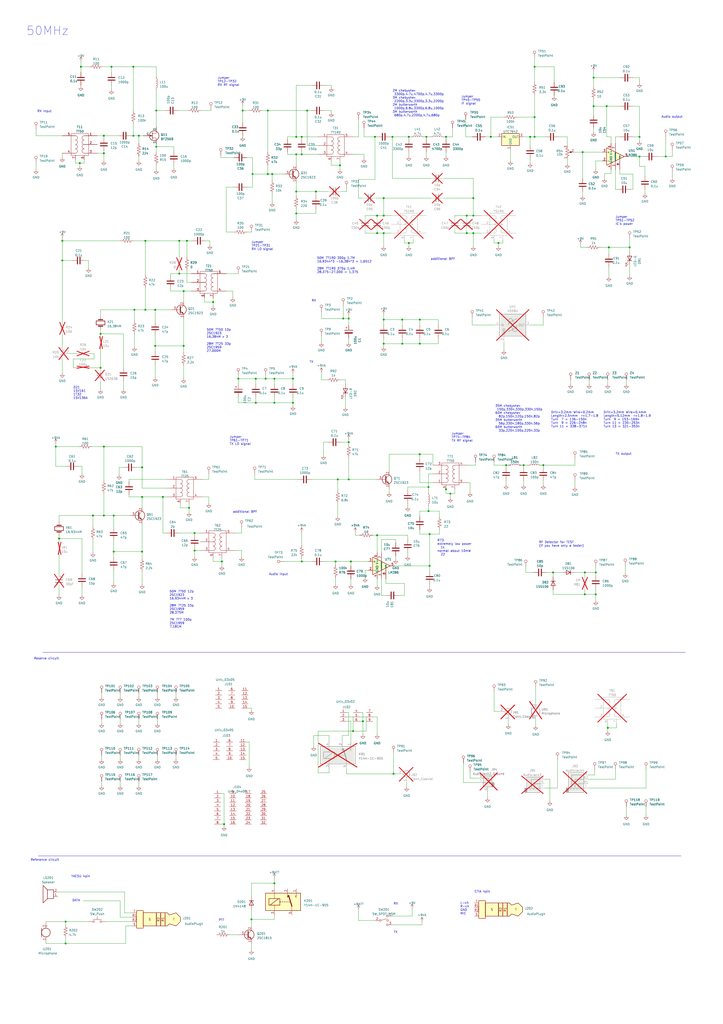
<source format=kicad_sch>
(kicad_sch (version 20230121) (generator eeschema)
  (paper "A2" portrait)
  (title_block (title "AM TRX breadboard") (date "2024-07-29") (company "JK1MLY"))
  (junction (at 159.385 219.71))
  (junction (at 353.695 143.51))
  (junction (at 259.08 283.845))
  (junction (at 158.115 100.965))
  (junction (at 84.455 179.705))
  (junction (at 285.115 79.375))
  (junction (at 159.385 233.68))
  (junction (at 194.945 325.755))
  (junction (at 172.085 123.825))
  (junction (at 90.17 200.66))
  (junction (at 34.29 312.42))
  (junction (at 203.835 325.755))
  (junction (at 66.04 320.04))
  (junction (at 222.885 114.935))
  (junction (at 274.955 125.095))
  (junction (at 109.855 294.64))
  (junction (at 155.575 100.965))
  (junction (at 228.6 448.945))
  (junction (at 77.47 38.735))
  (junction (at 222.885 185.42))
  (junction (at 146.685 100.965))
  (junction (at 138.43 219.71))
  (junction (at 217.805 79.375))
  (junction (at 178.435 64.135))
  (junction (at 58.42 213.36))
  (junction (at 353.06 422.275))
  (junction (at 219.075 310.515))
  (junction (at 248.92 282.575))
  (junction (at 210.82 418.465))
  (junction (at 338.455 88.265))
  (junction (at 222.885 125.095))
  (junction (at 352.425 61.595))
  (junction (at 80.645 78.74))
  (junction (at 170.18 219.71))
  (junction (at 219.075 135.255))
  (junction (at 294.005 269.875))
  (junction (at 261.62 286.385))
  (junction (at 140.97 64.135))
  (junction (at 170.18 233.68))
  (junction (at 64.77 38.735))
  (junction (at 237.49 79.375))
  (junction (at 38.1 547.37))
  (junction (at 202.565 256.54))
  (junction (at 60.325 259.08))
  (junction (at 78.105 179.705))
  (junction (at 60.325 88.9))
  (junction (at 130.175 478.155))
  (junction (at 106.68 168.91))
  (junction (at 38.1 534.67))
  (junction (at 371.475 79.375))
  (junction (at 310.515 67.945))
  (junction (at 237.49 140.97))
  (junction (at 113.03 309.245))
  (junction (at 197.485 95.885))
  (junction (at 227.965 79.375))
  (junction (at 148.59 219.71))
  (junction (at 346.075 332.105))
  (junction (at 243.84 185.42))
  (junction (at 243.84 199.39))
  (junction (at 36.195 151.13))
  (junction (at 53.975 299.085))
  (junction (at 289.56 140.97))
  (junction (at 84.455 139.7))
  (junction (at 159.385 512.445))
  (junction (at 108.585 139.7))
  (junction (at 304.165 269.875))
  (junction (at 365.76 143.51))
  (junction (at 155.575 64.135))
  (junction (at 339.725 332.105))
  (junction (at 77.47 78.74))
  (junction (at 310.515 79.375))
  (junction (at 104.14 139.7))
  (junction (at 344.805 61.595))
  (junction (at 175.26 89.535))
  (junction (at 82.55 271.145))
  (junction (at 243.84 263.525))
  (junction (at 94.615 288.29))
  (junction (at 315.595 269.875))
  (junction (at 82.55 320.04))
  (junction (at 249.555 328.295))
  (junction (at 199.39 184.785))
  (junction (at 321.31 332.105))
  (junction (at 128.905 325.755))
  (junction (at 90.805 85.09))
  (junction (at 146.05 533.4))
  (junction (at 106.68 200.66))
  (junction (at 219.075 125.095))
  (junction (at 172.085 111.125))
  (junction (at 90.805 64.135))
  (junction (at 339.725 344.805))
  (junction (at 104.14 158.75))
  (junction (at 271.145 125.095))
  (junction (at 386.715 90.805))
  (junction (at 183.515 111.125))
  (junction (at 32.385 259.08))
  (junction (at 247.65 79.375))
  (junction (at 148.59 233.68))
  (junction (at 371.475 90.805))
  (junction (at 60.325 78.74))
  (junction (at 123.825 175.26))
  (junction (at 233.68 185.42))
  (junction (at 307.975 79.375))
  (junction (at 175.26 325.755))
  (junction (at 113.03 319.405))
  (junction (at 249.555 309.88))
  (junction (at 274.955 135.255))
  (junction (at 196.215 278.13))
  (junction (at 66.04 299.085))
  (junction (at 154.305 219.71))
  (junction (at 233.68 199.39))
  (junction (at 222.885 199.39))
  (junction (at 202.565 278.13))
  (junction (at 90.17 179.705))
  (junction (at 310.515 38.735))
  (junction (at 271.145 135.255))
  (junction (at 172.085 89.535))
  (junction (at 202.565 184.785))
  (junction (at 175.26 79.375))
  (junction (at 60.325 299.085))
  (junction (at 259.08 79.375))
  (junction (at 46.99 38.735))
  (junction (at 346.075 344.805))
  (junction (at 58.42 193.675))
  (junction (at 344.805 45.085))
  (junction (at 36.195 139.7))
  (junction (at 46.355 94.615))
  (junction (at 274.955 114.935))
  (junction (at 222.885 135.255))
  (junction (at 82.55 288.29))
  (junction (at 248.92 296.545))
  (junction (at 172.085 79.375))
  (junction (at 205.105 424.18))
  (wire (pts (xy 249.555 309.88) (xy 249.555 328.295)))
  (wire (pts (xy 175.26 88.265) (xy 175.26 89.535)))
  (wire (pts (xy 334.01 332.105) (xy 339.725 332.105)))
  (wire (pts (xy 311.15 398.78) (xy 311.15 407.67)))
  (wire (pts (xy 273.05 451.485) (xy 273.05 447.675)))
  (wire (pts (xy 237.49 88.265) (xy 237.49 90.805)))
  (wire (pts (xy 46.99 38.735) (xy 52.07 38.735)))
  (wire (pts (xy 354.965 79.375) (xy 354.965 83.185)))
  (wire (pts (xy 146.05 520.065) (xy 146.05 512.445)))
  (wire (pts (xy 201.295 448.945) (xy 228.6 448.945)))
  (wire (pts (xy 60.325 299.085) (xy 66.04 299.085)))
  (wire (pts (xy 234.95 338.455) (xy 234.95 345.44)))
  (wire (pts (xy 143.51 108.585) (xy 146.685 108.585)))
  (wire (pts (xy 128.27 460.375) (xy 130.175 460.375)))
  (wire (pts (xy 273.05 280.035) (xy 273.05 285.75)))
  (wire (pts (xy 360.045 98.425) (xy 360.045 100.965)))
  (wire (pts (xy 367.665 109.855) (xy 366.395 109.855)))
  (wire (pts (xy 234.95 139.065) (xy 234.95 140.97)))
  (wire (pts (xy 121.285 288.29) (xy 121.285 292.1)))
  (wire (pts (xy 294.005 269.875) (xy 295.275 269.875)))
  (wire (pts (xy 91.44 401.955) (xy 91.44 404.495)))
  (wire (pts (xy 144.78 430.53) (xy 144.78 445.135)))
  (wire (pts (xy 315.595 269.875) (xy 315.595 271.145)))
  (wire (pts (xy 47.625 312.42) (xy 47.625 332.74)))
  (wire (pts (xy 170.18 233.68) (xy 170.18 235.585)))
  (wire (pts (xy 71.755 193.675) (xy 71.755 213.36)))
  (wire (pts (xy 237.49 79.375) (xy 238.76 79.375)))
  (wire (pts (xy 184.785 84.455) (xy 178.435 84.455)))
  (wire (pts (xy 236.855 313.055) (xy 236.855 310.515)))
  (wire (pts (xy 274.955 125.095) (xy 279.4 125.095)))
  (wire (pts (xy 338.455 111.125) (xy 338.455 113.665)))
  (wire (pts (xy 222.885 114.935) (xy 222.885 125.095)))
  (wire (pts (xy 224.155 335.915) (xy 224.155 338.455)))
  (wire (pts (xy 292.735 67.945) (xy 285.115 67.945)))
  (wire (pts (xy 159.385 230.505) (xy 159.385 233.68)))
  (wire (pts (xy 210.82 114.935) (xy 208.28 114.935)))
  (wire (pts (xy 227.965 531.495) (xy 239.395 531.495)))
  (wire (pts (xy 43.815 94.615) (xy 46.355 94.615)))
  (wire (pts (xy 310.515 79.375) (xy 316.865 79.375)))
  (wire (pts (xy 323.85 457.2) (xy 323.85 440.69)))
  (wire (pts (xy 251.46 274.955) (xy 248.92 274.955)))
  (wire (pts (xy 131.445 108.585) (xy 131.445 134.62)))
  (wire (pts (xy 100.965 87.63) (xy 100.965 85.09)))
  (wire (pts (xy 188.595 49.53) (xy 192.405 49.53)))
  (wire (pts (xy 229.87 322.58) (xy 229.87 324.485)))
  (wire (pts (xy 99.06 168.91) (xy 99.06 167.64)))
  (wire (pts (xy 240.03 140.97) (xy 237.49 140.97)))
  (wire (pts (xy 46.99 35.56) (xy 46.99 38.735)))
  (wire (pts (xy 113.03 309.245) (xy 113.03 310.515)))
  (wire (pts (xy 180.975 49.53) (xy 172.085 49.53)))
  (wire (pts (xy 188.595 325.755) (xy 194.945 325.755)))
  (wire (pts (xy 222.885 125.095) (xy 227.33 125.095)))
  (wire (pts (xy 47.625 270.51) (xy 47.625 274.955)))
  (wire (pts (xy 175.26 325.755) (xy 180.975 325.755)))
  (wire (pts (xy 210.82 413.385) (xy 210.82 418.465)))
  (wire (pts (xy 217.805 534.035) (xy 208.28 534.035)))
  (wire (pts (xy 128.27 91.44) (xy 128.27 90.17)))
  (wire (pts (xy 69.215 271.145) (xy 69.215 275.59)))
  (wire (pts (xy 269.24 454.025) (xy 269.24 442.595)))
  (wire (pts (xy 201.295 413.385) (xy 202.565 413.385)))
  (wire (pts (xy 222.885 199.39) (xy 222.885 201.295)))
  (wire (pts (xy 371.475 90.805) (xy 374.015 90.805)))
  (wire (pts (xy 264.16 135.255) (xy 271.145 135.255)))
  (wire (pts (xy 292.1 139.065) (xy 292.1 140.97)))
  (wire (pts (xy 155.575 100.965) (xy 158.115 100.965)))
  (wire (pts (xy 307.975 79.375) (xy 310.515 79.375)))
  (wire (pts (xy 294.005 269.875) (xy 294.005 271.145)))
  (wire (pts (xy 240.03 139.065) (xy 240.03 140.97)))
  (wire (pts (xy 203.835 325.755) (xy 194.945 325.755)))
  (wire (pts (xy 42.545 213.36) (xy 42.545 208.28)))
  (wire (pts (xy 34.29 312.42) (xy 34.29 314.325)))
  (wire (pts (xy 248.92 296.545) (xy 255.27 296.545)))
  (wire (pts (xy 216.535 415.925) (xy 219.075 415.925)))
  (wire (pts (xy 247.65 79.375) (xy 247.65 80.645)))
  (wire (pts (xy 131.445 134.62) (xy 135.89 134.62)))
  (wire (pts (xy 91.44 417.195) (xy 91.44 419.735)))
  (wire (pts (xy 314.325 269.875) (xy 315.595 269.875)))
  (wire (pts (xy 264.16 125.095) (xy 271.145 125.095)))
  (wire (pts (xy 180.975 278.13) (xy 196.215 278.13)))
  (wire (pts (xy 192.405 95.885) (xy 197.485 95.885)))
  (wire (pts (xy 239.395 531.495) (xy 239.395 527.05)))
  (wire (pts (xy 281.94 79.375) (xy 285.115 79.375)))
  (wire (pts (xy 226.06 263.525) (xy 226.06 273.05)))
  (wire (pts (xy 339.725 342.265) (xy 339.725 344.805)))
  (wire (pts (xy 80.645 401.955) (xy 80.645 404.495)))
  (wire (pts (xy 47.625 340.36) (xy 47.625 345.44)))
  (wire (pts (xy 90.805 85.09) (xy 90.805 88.265)))
  (wire (pts (xy 100.965 95.25) (xy 100.965 97.79)))
  (wire (pts (xy 146.685 100.965) (xy 155.575 100.965)))
  (wire (pts (xy 360.045 45.085) (xy 344.805 45.085)))
  (wire (pts (xy 274.955 114.935) (xy 274.955 125.095)))
  (wire (pts (xy 216.535 310.515) (xy 219.075 310.515)))
  (wire (pts (xy 196.215 278.13) (xy 196.215 284.48)))
  (wire (pts (xy 82.55 288.29) (xy 74.93 288.29)))
  (wire (pts (xy 58.42 221.615) (xy 58.42 226.06)))
  (wire (pts (xy 304.165 269.875) (xy 304.165 271.145)))
  (wire (pts (xy 353.06 220.345) (xy 353.06 222.885)))
  (wire (pts (xy 221.615 335.915) (xy 221.615 345.44)))
  (wire (pts (xy 48.26 522.605) (xy 69.85 522.605)))
  (wire (pts (xy 102.235 438.15) (xy 102.235 440.69)))
  (wire (pts (xy 56.515 78.74) (xy 60.325 78.74)))
  (wire (pts (xy 53.34 259.08) (xy 60.325 259.08)))
  (wire (pts (xy 315.595 188.595) (xy 307.975 188.595)))
  (wire (pts (xy 80.645 453.39) (xy 80.645 455.93)))
  (wire (pts (xy 74.93 278.13) (xy 97.155 278.13)))
  (wire (pts (xy 197.485 220.345) (xy 200.66 220.345)))
  (wire (pts (xy 36.195 88.9) (xy 36.195 91.44)))
  (wire (pts (xy 365.125 90.805) (xy 371.475 90.805)))
  (wire (pts (xy 73.025 537.21) (xy 73.025 547.37)))
  (wire (pts (xy 278.13 454.025) (xy 269.24 454.025)))
  (wire (pts (xy 128.27 91.44) (xy 135.89 91.44)))
  (wire (pts (xy 264.16 135.255) (xy 264.16 133.985)))
  (wire (pts (xy 357.505 109.855) (xy 358.775 109.855)))
  (wire (pts (xy 341.63 449.58) (xy 345.44 449.58)))
  (wire (pts (xy 338.455 88.265) (xy 349.885 88.265)))
  (wire (pts (xy 316.23 457.2) (xy 323.85 457.2)))
  (wire (pts (xy 36.195 137.795) (xy 36.195 139.7)))
  (wire (pts (xy 51.435 151.13) (xy 51.435 155.575)))
  (wire (pts (xy 142.875 430.53) (xy 144.78 430.53)))
  (wire (pts (xy 66.04 313.69) (xy 66.04 320.04)))
  (wire (pts (xy 217.805 79.375) (xy 217.805 104.14)))
  (wire (pts (xy 90.805 64.135) (xy 90.805 73.66)))
  (wire (pts (xy 69.85 532.13) (xy 69.85 522.605)))
  (wire (pts (xy 172.085 123.825) (xy 183.515 123.825)))
  (wire (pts (xy 248.92 274.955) (xy 248.92 282.575)))
  (wire (pts (xy 146.05 533.4) (xy 146.05 537.21)))
  (wire (pts (xy 344.805 41.275) (xy 344.805 45.085)))
  (wire (pts (xy 76.2 78.74) (xy 77.47 78.74)))
  (wire (pts (xy 339.725 332.105) (xy 339.725 334.645)))
  (wire (pts (xy 42.545 208.28) (xy 54.61 208.28)))
  (wire (pts (xy 90.17 200.66) (xy 106.68 200.66)))
  (wire (pts (xy 210.82 418.465) (xy 210.82 426.085)))
  (wire (pts (xy 243.84 263.525) (xy 251.46 263.525)))
  (wire (pts (xy 203.835 328.295) (xy 203.835 325.755)))
  (wire (pts (xy 271.78 280.035) (xy 273.05 280.035)))
  (wire (pts (xy 371.475 79.375) (xy 371.475 81.915)))
  (wire (pts (xy 69.85 438.15) (xy 69.85 440.69)))
  (wire (pts (xy 191.135 430.53) (xy 191.135 426.72)))
  (wire (pts (xy 227.965 79.375) (xy 227.965 103.505)))
  (wire (pts (xy 123.825 175.26) (xy 123.825 177.8)))
  (wire (pts (xy 365.76 143.51) (xy 365.76 146.05)))
  (wire (pts (xy 46.99 49.53) (xy 46.99 50.165)))
  (wire (pts (xy 64.77 49.53) (xy 64.77 52.07)))
  (wire (pts (xy 198.755 430.53) (xy 198.755 426.72)))
  (wire (pts (xy 90.805 85.09) (xy 100.965 85.09)))
  (wire (pts (xy 128.905 325.755) (xy 128.905 328.295)))
  (wire (pts (xy 353.06 422.275) (xy 353.06 424.18)))
  (wire (pts (xy 222.885 196.215) (xy 222.885 199.39)))
  (wire (pts (xy 106.68 168.91) (xy 99.06 168.91)))
  (wire (pts (xy 307.975 92.075) (xy 307.975 94.615)))
  (wire (pts (xy 80.645 78.74) (xy 80.645 83.185)))
  (wire (pts (xy 271.145 133.985) (xy 271.145 135.255)))
  (wire (pts (xy 367.665 45.085) (xy 371.475 45.085)))
  (wire (pts (xy 34.29 312.42) (xy 47.625 312.42)))
  (wire (pts (xy 82.55 259.08) (xy 82.55 271.145)))
  (wire (pts (xy 159.385 219.71) (xy 170.18 219.71)))
  (wire (pts (xy 307.975 79.375) (xy 307.975 84.455)))
  (wire (pts (xy 38.1 534.67) (xy 51.435 534.67)))
  (wire (pts (xy 247.65 88.265) (xy 247.65 90.805)))
  (wire (pts (xy 96.52 309.245) (xy 94.615 309.245)))
  (wire (pts (xy 197.485 95.885) (xy 197.485 98.425)))
  (wire (pts (xy 199.39 184.785) (xy 202.565 184.785)))
  (wire (pts (xy 69.85 417.195) (xy 69.85 419.735)))
  (wire (pts (xy 222.885 135.255) (xy 219.075 135.255)))
  (wire (pts (xy 211.455 79.375) (xy 217.805 79.375)))
  (wire (pts (xy 170.18 219.71) (xy 170.18 222.885)))
  (wire (pts (xy 243.84 309.88) (xy 249.555 309.88)))
  (wire (pts (xy 243.84 296.545) (xy 248.92 296.545)))
  (wire (pts (xy 58.42 213.36) (xy 58.42 213.995)))
  (wire (pts (xy 344.805 57.785) (xy 344.805 61.595)))
  (wire (pts (xy 186.69 180.975) (xy 186.69 184.785)))
  (wire (pts (xy 321.31 332.105) (xy 321.31 334.645)))
  (wire (pts (xy 144.145 410.845) (xy 146.05 410.845)))
  (wire (pts (xy 138.43 230.505) (xy 138.43 233.68)))
  (wire (pts (xy 338.455 88.265) (xy 338.455 103.505)))
  (wire (pts (xy 49.53 151.13) (xy 51.435 151.13)))
  (wire (pts (xy 358.14 419.735) (xy 358.14 422.275)))
  (wire (pts (xy 237.49 79.375) (xy 237.49 80.645)))
  (wire (pts (xy 344.805 61.595) (xy 344.805 66.675)))
  (wire (pts (xy 315.595 184.15) (xy 315.595 188.595)))
  (wire (pts (xy 201.295 418.465) (xy 203.835 418.465)))
  (wire (pts (xy 104.14 139.7) (xy 104.14 149.225)))
  (wire (pts (xy 158.115 100.965) (xy 164.465 100.965)))
  (wire (pts (xy 229.235 328.295) (xy 249.555 328.295)))
  (wire (pts (xy 184.785 448.31) (xy 191.135 448.31)))
  (wire (pts (xy 295.275 417.83) (xy 295.275 420.37)))
  (wire (pts (xy 243.84 296.545) (xy 243.84 299.72)))
  (wire (pts (xy 200.66 230.505) (xy 200.66 236.22)))
  (wire (pts (xy 202.565 196.215) (xy 202.565 198.755)))
  (wire (pts (xy 104.775 294.64) (xy 109.855 294.64)))
  (wire (pts (xy 202.565 256.54) (xy 202.565 257.81)))
  (wire (pts (xy 319.405 452.12) (xy 319.405 464.82)))
  (wire (pts (xy 233.68 199.39) (xy 243.84 199.39)))
  (wire (pts (xy 292.735 198.755) (xy 292.735 203.2)))
  (wire (pts (xy 294.005 278.765) (xy 294.005 281.305)))
  (wire (pts (xy 95.885 64.135) (xy 90.805 64.135)))
  (wire (pts (xy 221.615 313.055) (xy 221.615 320.675)))
  (wire (pts (xy 60.325 87.63) (xy 60.325 88.9)))
  (wire (pts (xy 304.165 278.765) (xy 304.165 281.305)))
  (wire (pts (xy 274.955 135.255) (xy 271.145 135.255)))
  (wire (pts (xy 354.965 98.425) (xy 354.965 100.711)))
  (wire (pts (xy 243.84 199.39) (xy 254.635 199.39)))
  (wire (pts (xy 159.385 533.4) (xy 146.05 533.4)))
  (wire (pts (xy 341.63 457.2) (xy 375.285 457.2)))
  (wire (pts (xy 310.515 38.735) (xy 310.515 47.625)))
  (wire (pts (xy 257.81 103.505) (xy 274.955 103.505)))
  (wire (pts (xy 317.5 332.105) (xy 321.31 332.105)))
  (wire (pts (xy 390.525 99.695) (xy 390.525 103.505)))
  (wire (pts (xy 310.515 38.735) (xy 321.945 38.735)))
  (wire (pts (xy 53.975 299.085) (xy 53.975 305.435)))
  (wire (pts (xy 390.525 86.995) (xy 390.525 90.805)))
  (wire (pts (xy 237.49 140.97) (xy 234.95 140.97)))
  (wire (pts (xy 184.785 424.18) (xy 184.785 448.31)))
  (wire (pts (xy 365.76 138.43) (xy 365.76 143.51)))
  (wire (pts (xy 136.525 319.405) (xy 140.335 319.405)))
  (wire (pts (xy 276.225 267.97) (xy 276.225 269.875)))
  (wire (pts (xy 61.595 534.67) (xy 76.835 534.67)))
  (wire (pts (xy 147.955 278.13) (xy 173.355 278.13)))
  (wire (pts (xy 90.17 200.66) (xy 90.17 203.835)))
  (wire (pts (xy 82.55 320.04) (xy 82.55 323.85)))
  (wire (pts (xy 352.425 61.595) (xy 352.425 79.375)))
  (wire (pts (xy 270.51 79.375) (xy 274.32 79.375)))
  (wire (pts (xy 357.505 98.425) (xy 357.505 109.855)))
  (wire (pts (xy 140.97 64.135) (xy 140.97 71.12)))
  (wire (pts (xy 371.475 96.52) (xy 371.475 90.805)))
  (wire (pts (xy 363.855 467.995) (xy 363.855 473.075)))
  (wire (pts (xy 310.515 33.655) (xy 310.515 38.735)))
  (wire (pts (xy 233.68 188.595) (xy 233.68 185.42)))
  (wire (pts (xy 130.175 478.155) (xy 130.175 479.425)))
  (wire (pts (xy 234.95 345.44) (xy 231.775 345.44)))
  (wire (pts (xy 353.695 143.51) (xy 353.695 147.32)))
  (wire (pts (xy 192.405 64.135) (xy 192.405 65.405)))
  (wire (pts (xy 175.26 323.85) (xy 175.26 325.755)))
  (wire (pts (xy 274.955 135.255) (xy 279.4 135.255)))
  (wire (pts (xy 287.02 269.875) (xy 294.005 269.875)))
  (wire (pts (xy 152.4 64.135) (xy 155.575 64.135)))
  (wire (pts (xy 219.075 133.985) (xy 219.075 135.255)))
  (wire (pts (xy 305.435 328.93) (xy 305.435 332.105)))
  (wire (pts (xy 205.105 415.925) (xy 205.105 424.18)))
  (wire (pts (xy 289.56 140.97) (xy 287.02 140.97)))
  (wire (pts (xy 221.615 345.44) (xy 224.155 345.44)))
  (wire (pts (xy 222.885 114.935) (xy 250.19 114.935)))
  (wire (pts (xy 243.84 185.42) (xy 243.84 188.595)))
  (wire (pts (xy 82.55 283.21) (xy 82.55 271.145)))
  (wire (pts (xy 363.22 328.295) (xy 363.22 332.74)))
  (wire (pts (xy 236.22 454.025) (xy 236.22 456.565)))
  (wire (pts (xy 123.825 325.755) (xy 128.905 325.755)))
  (wire (pts (xy 36.195 78.74) (xy 20.955 78.74)))
  (wire (pts (xy 205.105 79.375) (xy 208.28 79.375)))
  (wire (pts (xy 208.915 418.465) (xy 210.82 418.465)))
  (wire (pts (xy 315.595 278.765) (xy 315.595 281.305)))
  (wire (pts (xy 34.29 321.945) (xy 34.29 333.375)))
  (wire (pts (xy 196.215 278.13) (xy 202.565 278.13)))
  (wire (pts (xy 32.385 270.51) (xy 32.385 259.08)))
  (wire (pts (xy 144.78 64.135) (xy 140.97 64.135)))
  (wire (pts (xy 212.725 424.18) (xy 205.105 424.18)))
  (wire (pts (xy 143.51 91.44) (xy 146.685 91.44)))
  (wire (pts (xy 278.13 451.485) (xy 273.05 451.485)))
  (wire (pts (xy 106.68 168.91) (xy 106.68 174.625)))
  (wire (pts (xy 108.585 149.225) (xy 108.585 139.7)))
  (wire (pts (xy 346.075 341.63) (xy 346.075 344.805)))
  (wire (pts (xy 172.085 49.53) (xy 172.085 79.375)))
  (wire (pts (xy 367.665 79.375) (xy 371.475 79.375)))
  (wire (pts (xy 236.855 282.575) (xy 248.92 282.575)))
  (wire (pts (xy 99.06 158.75) (xy 104.14 158.75)))
  (wire (pts (xy 264.16 286.385) (xy 264.16 283.845)))
  (wire (pts (xy 247.65 79.375) (xy 250.19 79.375)))
  (wire (pts (xy 285.115 67.945) (xy 285.115 79.375)))
  (wire (pts (xy 123.825 323.215) (xy 123.825 325.755)))
  (wire (pts (xy 259.08 283.845) (xy 259.08 286.385)))
  (wire (pts (xy 201.295 415.925) (xy 205.105 415.925)))
  (wire (pts (xy 183.515 111.125) (xy 172.085 111.125)))
  (wire (pts (xy 148.59 219.71) (xy 148.59 222.885)))
  (wire (pts (xy 172.085 123.825) (xy 172.085 127.635)))
  (wire (pts (xy 371.475 45.085) (xy 371.475 48.26)))
  (wire (pts (xy 77.47 71.755) (xy 77.47 78.74)))
  (wire (pts (xy 58.42 193.675) (xy 71.755 193.675)))
  (wire (pts (xy 147.955 274.955) (xy 147.955 278.13)))
  (wire (pts (xy 270.51 69.215) (xy 270.51 79.375)))
  (wire (pts (xy 36.195 151.13) (xy 41.91 151.13)))
  (wire (pts (xy 36.195 139.7) (xy 69.85 139.7)))
  (wire (pts (xy 189.865 220.345) (xy 186.69 220.345)))
  (wire (pts (xy 331.47 220.345) (xy 331.47 222.885)))
  (wire (pts (xy 53.975 313.055) (xy 53.975 320.675)))
  (wire (pts (xy 32.385 259.08) (xy 45.72 259.08)))
  (wire (pts (xy 337.185 141.605) (xy 337.185 143.51)))
  (wire (pts (xy 222.885 185.42) (xy 222.885 188.595)))
  (wire (pts (xy 130.175 460.375) (xy 130.175 478.155)))
  (wire (pts (xy 58.42 193.675) (xy 58.42 194.945)))
  (wire (pts (xy 342.265 220.345) (xy 342.265 222.885)))
  (wire (pts (xy 34.29 340.995) (xy 34.29 345.44)))
  (wire (pts (xy 172.085 106.045) (xy 172.085 111.125)))
  (wire (pts (xy 128.905 323.215) (xy 128.905 325.755)))
  (wire (pts (xy 69.85 453.39) (xy 69.85 455.93)))
  (wire (pts (xy 104.14 158.75) (xy 111.125 158.75)))
  (wire (pts (xy 172.085 121.285) (xy 172.085 123.825)))
  (wire (pts (xy 133.35 542.29) (xy 138.43 542.29)))
  (wire (pts (xy 60.325 78.74) (xy 68.58 78.74)))
  (wire (pts (xy 358.14 422.275) (xy 353.06 422.275)))
  (wire (pts (xy 148.59 230.505) (xy 148.59 233.68)))
  (wire (pts (xy 113.03 309.245) (xy 116.205 309.245)))
  (wire (pts (xy 271.145 125.095) (xy 274.955 125.095)))
  (wire (pts (xy 219.075 335.915) (xy 219.075 339.725)))
  (wire (pts (xy 69.85 401.955) (xy 69.85 404.495)))
  (wire (pts (xy 208.915 413.385) (xy 210.82 413.385)))
  (wire (pts (xy 59.055 417.195) (xy 59.055 419.735)))
  (wire (pts (xy 192.405 93.345) (xy 192.405 95.885)))
  (wire (pts (xy 140.335 319.405) (xy 140.335 323.215)))
  (wire (pts (xy 131.445 158.75) (xy 138.43 158.75)))
  (wire (pts (xy 208.28 104.14) (xy 217.805 104.14)))
  (wire (pts (xy 80.645 438.15) (xy 80.645 440.69)))
  (wire (pts (xy 77.47 38.735) (xy 90.805 38.735)))
  (wire (pts (xy 212.09 135.255) (xy 212.09 133.985)))
  (wire (pts (xy 58.42 191.135) (xy 58.42 193.675)))
  (wire (pts (xy 257.81 79.375) (xy 259.08 79.375)))
  (wire (pts (xy 226.695 79.375) (xy 227.965 79.375)))
  (wire (pts (xy 194.945 325.755) (xy 194.945 327.66)))
  (wire (pts (xy 60.325 78.74) (xy 60.325 80.01)))
  (wire (pts (xy 32.385 257.175) (xy 32.385 259.08)))
  (wire (pts (xy 58.42 202.565) (xy 58.42 213.36)))
  (wire (pts (xy 344.805 61.595) (xy 352.425 61.595)))
  (wire (pts (xy 208.28 534.035) (xy 208.28 527.685)))
  (wire (pts (xy 271.78 269.875) (xy 276.225 269.875)))
  (wire (pts (xy 103.505 64.135) (xy 109.22 64.135)))
  (wire (pts (xy 202.565 265.43) (xy 202.565 278.13)))
  (wire (pts (xy 118.745 172.72) (xy 118.745 175.26)))
  (wire (pts (xy 255.27 296.545) (xy 255.27 299.72)))
  (wire (pts (xy 251.46 269.875) (xy 251.46 263.525)))
  (wire (pts (xy 344.805 74.295) (xy 344.805 76.835)))
  (wire (pts (xy 246.38 79.375) (xy 247.65 79.375)))
  (wire (pts (xy 212.09 330.835) (xy 212.09 335.28)))
  (wire (pts (xy 292.1 140.97) (xy 289.56 140.97)))
  (wire (pts (xy 172.085 89.535) (xy 167.005 89.535)))
  (wire (pts (xy 287.02 139.065) (xy 287.02 140.97)))
  (wire (pts (xy 66.04 320.04) (xy 66.04 323.215)))
  (wire (pts (xy 46.355 94.615) (xy 46.355 96.52)))
  (wire (pts (xy 237.49 140.97) (xy 237.49 142.875)))
  (wire (pts (xy 219.075 310.515) (xy 236.855 310.515)))
  (wire (pts (xy 243.84 280.035) (xy 251.46 280.035)))
  (wire (pts (xy 187.96 256.54) (xy 187.96 264.16)))
  (wire (pts (xy 113.03 319.405) (xy 113.03 323.215)))
  (wire (pts (xy 109.855 292.1) (xy 109.855 294.64)))
  (wire (pts (xy 121.92 139.7) (xy 119.38 139.7)))
  (wire (pts (xy 60.325 259.08) (xy 82.55 259.08)))
  (wire (pts (xy 222.885 185.42) (xy 233.68 185.42)))
  (wire (pts (xy 283.21 459.105) (xy 283.21 462.915)))
  (wire (pts (xy 26.67 534.67) (xy 26.67 535.94)))
  (wire (pts (xy 59.055 438.15) (xy 59.055 440.69)))
  (wire (pts (xy 315.595 269.875) (xy 334.01 269.875)))
  (wire (pts (xy 76.835 537.21) (xy 73.025 537.21)))
  (wire (pts (xy 203.835 325.755) (xy 213.995 325.755)))
  (wire (pts (xy 36.195 194.31) (xy 36.195 201.295)))
  (wire (pts (xy 111.125 168.91) (xy 106.68 168.91)))
  (wire (pts (xy 287.02 267.97) (xy 287.02 269.875)))
  (wire (pts (xy 122.555 64.135) (xy 116.84 64.135)))
  (wire (pts (xy 346.075 93.345) (xy 349.885 93.345)))
  (wire (pts (xy 90.17 186.69) (xy 90.17 179.705)))
  (wire (pts (xy 32.385 270.51) (xy 38.1 270.51)))
  (wire (pts (xy 243.84 263.525) (xy 243.84 266.065)))
  (wire (pts (xy 211.455 74.295) (xy 211.455 79.375)))
  (wire (pts (xy 201.295 445.77) (xy 201.295 448.945)))
  (wire (pts (xy 227.965 103.505) (xy 250.19 103.505)))
  (wire (pts (xy 53.975 299.085) (xy 34.29 299.085)))
  (wire (pts (xy 172.085 79.375) (xy 175.26 79.375)))
  (wire (pts (xy 212.725 415.925) (xy 212.725 424.18)))
  (wire (pts (xy 94.615 288.29) (xy 82.55 288.29)))
  (wire (pts (xy 54.61 208.28) (xy 54.61 205.105)))
  (wire (pts (xy 64.77 38.735) (xy 77.47 38.735)))
  (wire (pts (xy 259.08 286.385) (xy 261.62 286.385)))
  (wire (pts (xy 77.47 38.735) (xy 77.47 64.135)))
  (wire (pts (xy 106.68 200.66) (xy 106.68 204.47)))
  (wire (pts (xy 182.245 426.72) (xy 182.245 433.07)))
  (wire (pts (xy 108.585 139.7) (xy 111.76 139.7)))
  (wire (pts (xy 82.55 304.165) (xy 82.55 320.04)))
  (wire (pts (xy 305.435 332.105) (xy 309.88 332.105)))
  (wire (pts (xy 274.955 103.505) (xy 274.955 114.935)))
  (wire (pts (xy 175.26 89.535) (xy 172.085 89.535)))
  (wire (pts (xy 304.165 269.875) (xy 306.705 269.875)))
  (wire (pts (xy 274.32 184.15) (xy 274.32 188.595)))
  (wire (pts (xy 208.28 69.215) (xy 208.28 79.375)))
  (wire (pts (xy 167.005 88.265) (xy 167.005 89.535)))
  (wire (pts (xy 178.435 64.135) (xy 180.975 64.135)))
  (wire (pts (xy 154.305 219.71) (xy 159.385 219.71)))
  (wire (pts (xy 259.08 282.575) (xy 259.08 283.845)))
  (wire (pts (xy 36.195 186.69) (xy 36.195 151.13)))
  (wire (pts (xy 259.08 79.375) (xy 259.08 80.645)))
  (wire (pts (xy 71.755 220.98) (xy 71.755 226.06)))
  (wire (pts (xy 233.68 185.42) (xy 243.84 185.42)))
  (wire (pts (xy 324.485 79.375) (xy 329.565 79.375)))
  (wire (pts (xy 90.805 95.885) (xy 90.805 98.425)))
  (wire (pts (xy 34.29 299.085) (xy 34.29 302.895)))
  (wire (pts (xy 74.93 278.13) (xy 74.93 279.4)))
  (wire (pts (xy 367.665 100.965) (xy 367.665 109.855)))
  (wire (pts (xy 69.215 271.145) (xy 71.755 271.145)))
  (wire (pts (xy 170.18 230.505) (xy 170.18 233.68)))
  (wire (pts (xy 374.65 96.52) (xy 371.475 96.52)))
  (wire (pts (xy 249.555 339.09) (xy 249.555 340.995)))
  (wire (pts (xy 371.475 61.595) (xy 371.475 79.375)))
  (wire (pts (xy 341.63 452.12) (xy 357.505 452.12)))
  (wire (pts (xy 222.885 182.245) (xy 222.885 185.42)))
  (wire (pts (xy 52.07 205.105) (xy 54.61 205.105)))
  (wire (pts (xy 140.335 309.245) (xy 136.525 309.245)))
  (wire (pts (xy 159.385 509.27) (xy 159.385 512.445)))
  (wire (pts (xy 48.895 92.71) (xy 48.895 94.615)))
  (wire (pts (xy 229.87 313.055) (xy 221.615 313.055)))
  (wire (pts (xy 77.47 78.74) (xy 80.645 78.74)))
  (wire (pts (xy 38.1 547.37) (xy 73.025 547.37)))
  (wire (pts (xy 255.27 309.88) (xy 255.27 307.34)))
  (wire (pts (xy 386.715 90.805) (xy 381.635 90.805)))
  (wire (pts (xy 60.325 286.385) (xy 60.325 299.085)))
  (wire (pts (xy 245.11 534.67) (xy 245.11 536.575)))
  (wire (pts (xy 218.44 114.935) (xy 222.885 114.935)))
  (wire (pts (xy 106.68 184.785) (xy 106.68 200.66)))
  (wire (pts (xy 97.155 283.21) (xy 82.55 283.21)))
  (wire (pts (xy 146.05 547.37) (xy 146.05 551.18)))
  (wire (pts (xy 321.945 38.735) (xy 321.945 47.625)))
  (wire (pts (xy 38.1 534.67) (xy 38.1 536.575)))
  (wire (pts (xy 159.385 533.4) (xy 159.385 530.86)))
  (wire (pts (xy 202.565 426.72) (xy 202.565 413.385)))
  (wire (pts (xy 46.99 38.735) (xy 46.99 41.91)))
  (wire (pts (xy 227.965 536.575) (xy 245.11 536.575)))
  (wire (pts (xy 374.65 102.235) (xy 374.65 96.52)))
  (wire (pts (xy 184.785 89.535) (xy 175.26 89.535)))
  (wire (pts (xy 78.105 179.705) (xy 78.105 186.055)))
  (wire (pts (xy 38.1 534.67) (xy 26.67 534.67)))
  (wire (pts (xy 82.55 288.29) (xy 82.55 294.005)))
  (wire (pts (xy 213.995 330.835) (xy 212.09 330.835)))
  (wire (pts (xy 271.145 125.095) (xy 271.145 126.365)))
  (wire (pts (xy 186.69 184.785) (xy 199.39 184.785)))
  (wire (pts (xy 155.575 64.135) (xy 155.575 88.265)))
  (wire (pts (xy 222.885 135.255) (xy 222.885 142.875)))
  (wire (pts (xy 165.1 325.755) (xy 175.26 325.755)))
  (wire (pts (xy 248.92 293.37) (xy 248.92 296.545)))
  (wire (pts (xy 205.105 89.535) (xy 211.455 89.535)))
  (wire (pts (xy 60.325 259.08) (xy 60.325 278.765)))
  (wire (pts (xy 203.835 418.465) (xy 203.835 430.53)))
  (wire (pts (xy 334.01 266.065) (xy 334.01 269.875)))
  (wire (pts (xy 90.17 179.705) (xy 99.06 179.705)))
  (wire (pts (xy 346.075 332.105) (xy 346.075 334.01)))
  (wire (pts (xy 375.285 467.995) (xy 375.285 473.075)))
  (wire (pts (xy 121.285 274.955) (xy 121.285 278.13)))
  (wire (pts (xy 140.97 78.74) (xy 140.97 79.375)))
  (wire (pts (xy 254.635 196.215) (xy 254.635 199.39)))
  (wire (pts (xy 138.43 219.71) (xy 148.59 219.71)))
  (wire (pts (xy 205.105 424.18) (xy 184.785 424.18)))
  (wire (pts (xy 236.855 320.675) (xy 236.855 322.58)))
  (wire (pts (xy 178.435 84.455) (xy 178.435 64.135)))
  (wire (pts (xy 259.08 88.265) (xy 259.08 90.805)))
  (wire (pts (xy 212.09 125.095) (xy 219.075 125.095)))
  (wire (pts (xy 108.585 156.845) (xy 108.585 163.83)))
  (wire (pts (xy 128.27 478.155) (xy 130.175 478.155)))
  (wire (pts (xy 79.375 271.145) (xy 82.55 271.145)))
  (polyline (pts (xy 24.765 378.46) (xy 398.145 378.46)))
  (wire (pts (xy 191.135 448.31) (xy 191.135 445.77)))
  (wire (pts (xy 90.805 52.07) (xy 90.805 64.135)))
  (wire (pts (xy 94.615 309.245) (xy 94.615 288.29)))
  (wire (pts (xy 231.14 448.945) (xy 228.6 448.945)))
  (wire (pts (xy 259.08 79.375) (xy 262.89 79.375)))
  (wire (pts (xy 102.235 401.955) (xy 102.235 404.495)))
  (wire (pts (xy 304.165 79.375) (xy 307.975 79.375)))
  (wire (pts (xy 158.115 100.965) (xy 158.115 104.775)))
  (wire (pts (xy 203.835 335.915) (xy 203.835 339.09)))
  (wire (pts (xy 143.51 134.62) (xy 146.05 134.62)))
  (wire (pts (xy 60.325 88.9) (xy 60.325 93.345)))
  (wire (pts (xy 274.955 135.255) (xy 274.955 142.875)))
  (wire (pts (xy 140.97 64.135) (xy 140.97 60.96)))
  (wire (pts (xy 90.805 38.735) (xy 90.805 44.45)))
  (wire (pts (xy 226.06 263.525) (xy 243.84 263.525)))
  (wire (pts (xy 249.555 328.295) (xy 249.555 331.47)))
  (wire (pts (xy 321.945 55.245) (xy 321.945 55.88)))
  (wire (pts (xy 365.76 153.67) (xy 365.76 160.02)))
  (wire (pts (xy 229.87 314.96) (xy 229.87 313.055)))
  (wire (pts (xy 202.565 184.785) (xy 202.565 188.595)))
  (wire (pts (xy 200.66 220.345) (xy 200.66 222.885)))
  (wire (pts (xy 340.995 143.51) (xy 337.185 143.51)))
  (wire (pts (xy 77.47 139.7) (xy 84.455 139.7)))
  (wire (pts (xy 33.655 517.525) (xy 72.39 517.525)))
  (wire (pts (xy 224.155 338.455) (xy 234.95 338.455)))
  (wire (pts (xy 155.575 64.135) (xy 178.435 64.135)))
  (wire (pts (xy 138.43 217.805) (xy 138.43 219.71)))
  (wire (pts (xy 38.1 544.195) (xy 38.1 547.37)))
  (wire (pts (xy 217.805 79.375) (xy 219.075 79.375)))
  (wire (pts (xy 363.855 220.345) (xy 363.855 222.885)))
  (wire (pts (xy 228.6 436.88) (xy 228.6 448.945)))
  (wire (pts (xy 82.55 331.47) (xy 82.55 339.09)))
  (wire (pts (xy 390.525 90.805) (xy 386.715 90.805)))
  (wire (pts (xy 199.39 177.165) (xy 199.39 184.785)))
  (wire (pts (xy 36.195 208.915) (xy 36.195 216.535)))
  (wire (pts (xy 329.565 92.075) (xy 329.565 95.123)))
  (wire (pts (xy 351.155 100.711) (xy 351.155 103.505)))
  (wire (pts (xy 211.455 89.535) (xy 211.455 92.075)))
  (wire (pts (xy 290.195 412.75) (xy 287.02 412.75)))
  (wire (pts (xy 26.67 547.37) (xy 38.1 547.37)))
  (wire (pts (xy 167.005 79.375) (xy 167.005 80.645)))
  (wire (pts (xy 76.835 532.13) (xy 69.85 532.13)))
  (wire (pts (xy 219.075 125.095) (xy 219.075 126.365)))
  (wire (pts (xy 91.44 438.15) (xy 91.44 440.69)))
  (wire (pts (xy 333.375 88.265) (xy 338.455 88.265)))
  (wire (pts (xy 353.06 419.735) (xy 353.06 422.275)))
  (wire (pts (xy 123.825 172.72) (xy 123.825 175.26)))
  (wire (pts (xy 206.375 310.515) (xy 208.915 310.515)))
  (wire (pts (xy 175.26 79.375) (xy 175.26 80.645)))
  (wire (pts (xy 236.855 284.48) (xy 236.855 282.575)))
  (wire (pts (xy 352.425 61.595) (xy 360.045 61.595)))
  (wire (pts (xy 226.06 283.21) (xy 226.06 285.75)))
  (wire (pts (xy 321.31 342.265) (xy 321.31 344.805)))
  (wire (pts (xy 104.775 292.1) (xy 104.775 294.64)))
  (wire (pts (xy 84.455 179.705) (xy 78.105 179.705)))
  (wire (pts (xy 146.685 108.585) (xy 146.685 100.965)))
  (wire (pts (xy 138.43 219.71) (xy 138.43 222.885)))
  (wire (pts (xy 117.475 288.29) (xy 121.285 288.29)))
  (wire (pts (xy 257.81 114.935) (xy 274.955 114.935)))
  (wire (pts (xy 184.785 79.375) (xy 175.26 79.375)))
  (wire (pts (xy 311.15 417.83) (xy 311.15 421.005)))
  (wire (pts (xy 243.84 196.215) (xy 243.84 199.39)))
  (wire (pts (xy 329.565 79.375) (xy 329.565 84.455)))
  (wire (pts (xy 146.05 410.845) (xy 146.05 412.115)))
  (wire (pts (xy 59.055 453.39) (xy 59.055 455.93)))
  (wire (pts (xy 146.685 91.44) (xy 146.685 100.965)))
  (wire (pts (xy 187.96 256.54) (xy 190.5 256.54)))
  (wire (pts (xy 58.42 179.705) (xy 58.42 183.515)))
  (wire (pts (xy 233.68 196.215) (xy 233.68 199.39)))
  (wire (pts (xy 334.01 278.765) (xy 334.01 282.575)))
  (wire (pts (xy 219.075 310.515) (xy 219.075 320.675)))
  (wire (pts (xy 375.285 457.2) (xy 375.285 446.405)))
  (wire (pts (xy 78.105 193.675) (xy 78.105 201.295)))
  (wire (pts (xy 59.055 401.955) (xy 59.055 404.495)))
  (wire (pts (xy 111.125 163.83) (xy 108.585 163.83)))
  (wire (pts (xy 346.075 328.93) (xy 346.075 332.105)))
  (wire (pts (xy 261.62 286.385) (xy 261.62 288.925)))
  (wire (pts (xy 183.515 111.125) (xy 190.5 111.125)))
  (wire (pts (xy 196.215 292.1) (xy 196.215 299.72)))
  (wire (pts (xy 321.31 332.105) (xy 326.39 332.105)))
  (wire (pts (xy 186.69 215.9) (xy 186.69 220.345)))
  (wire (pts (xy 208.28 114.935) (xy 208.28 104.14)))
  (wire (pts (xy 60.325 88.9) (xy 56.515 88.9)))
  (wire (pts (xy 159.385 222.885) (xy 159.385 219.71)))
  (wire (pts (xy 346.075 93.345) (xy 346.075 98.425)))
  (wire (pts (xy 154.305 217.805) (xy 154.305 219.71)))
  (wire (pts (xy 97.155 288.29) (xy 94.615 288.29)))
  (wire (pts (xy 45.72 270.51) (xy 47.625 270.51)))
  (wire (pts (xy 138.43 233.68) (xy 148.59 233.68)))
  (wire (pts (xy 192.405 49.53) (xy 192.405 50.8)))
  (wire (pts (xy 109.855 294.64) (xy 109.855 297.18)))
  (wire (pts (xy 80.645 78.74) (xy 83.185 78.74)))
  (wire (pts (xy 146.05 512.445) (xy 159.385 512.445)))
  (wire (pts (xy 357.505 79.375) (xy 357.505 83.185)))
  (wire (pts (xy 175.26 308.61) (xy 175.26 316.23)))
  (wire (pts (xy 183.515 121.285) (xy 183.515 123.825)))
  (wire (pts (xy 80.645 417.195) (xy 80.645 419.735)))
  (wire (pts (xy 191.135 426.72) (xy 182.245 426.72)))
  (wire (pts (xy 84.455 139.7) (xy 84.455 159.385)))
  (wire (pts (xy 84.455 167.005) (xy 84.455 179.705)))
  (wire (pts (xy 122.555 63.5) (xy 122.555 64.135)))
  (wire (pts (xy 354.965 100.711) (xy 351.155 100.711)))
  (wire (pts (xy 344.805 45.085) (xy 344.805 50.165)))
  (wire (pts (xy 346.075 344.805) (xy 346.075 348.615)))
  (wire (pts (xy 34.29 310.515) (xy 34.29 312.42)))
  (wire (pts (xy 353.695 143.51) (xy 365.76 143.51)))
  (wire (pts (xy 202.565 254.635) (xy 202.565 256.54)))
  (wire (pts (xy 52.07 213.36) (xy 58.42 213.36)))
  (wire (pts (xy 201.295 109.22) (xy 201.295 111.125)))
  (wire (pts (xy 99.06 158.75) (xy 99.06 160.02)))
  (wire (pts (xy 76.835 529.59) (xy 72.39 529.59)))
  (wire (pts (xy 131.445 168.91) (xy 135.255 168.91)))
  (wire (pts (xy 236.855 292.1) (xy 236.855 294.005)))
  (wire (pts (xy 26.67 546.1) (xy 26.67 547.37)))
  (wire (pts (xy 66.04 306.07) (xy 66.04 299.085)))
  (wire (pts (xy 219.075 415.925) (xy 219.075 426.085)))
  (wire (pts (xy 64.77 38.735) (xy 64.77 41.91)))
  (wire (pts (xy 158.115 112.395) (xy 158.115 117.475)))
  (wire (pts (xy 212.09 135.255) (xy 219.075 135.255)))
  (wire (pts (xy 90.17 211.455) (xy 90.17 219.075)))
  (wire (pts (xy 74.93 288.29) (xy 74.93 287.02)))
  (wire (pts (xy 59.69 38.735) (xy 64.77 38.735)))
  (wire (pts (xy 78.105 179.705) (xy 58.42 179.705)))
  (wire (pts (xy 198.755 426.72) (xy 202.565 426.72)))
  (wire (pts (xy 172.085 111.125) (xy 172.085 113.665)))
  (wire (pts (xy 66.04 320.04) (xy 82.55 320.04)))
  (wire (pts (xy 243.84 307.34) (xy 243.84 309.88)))
  (wire (pts (xy 197.485 93.345) (xy 197.485 95.885)))
  (wire (pts (xy 262.89 74.295) (xy 262.89 79.375)))
  (wire (pts (xy 321.31 344.805) (xy 339.725 344.805)))
  (wire (pts (xy 104.14 309.245) (xy 113.03 309.245)))
  (wire (pts (xy 222.885 135.255) (xy 227.33 135.255)))
  (wire (pts (xy 183.515 113.665) (xy 183.515 111.125)))
  (wire (pts (xy 118.745 175.26) (xy 123.825 175.26)))
  (wire (pts (xy 167.005 79.375) (xy 172.085 79.375)))
  (wire (pts (xy 300.355 67.945) (xy 310.515 67.945)))
  (wire (pts (xy 289.56 140.97) (xy 289.56 142.875)))
  (wire (pts (xy 206.375 308.61) (xy 206.375 310.515)))
  (wire (pts (xy 201.295 111.125) (xy 198.12 111.125)))
  (wire (pts (xy 84.455 139.7) (xy 104.14 139.7)))
  (wire (pts (xy 159.385 512.445) (xy 159.385 515.62)))
  (wire (pts (xy 248.92 282.575) (xy 248.92 285.75)))
  (wire (pts (xy 274.32 188.595) (xy 287.655 188.595)))
  (wire (pts (xy 135.255 168.91) (xy 135.255 172.72)))
  (wire (pts (xy 188.595 64.135) (xy 192.405 64.135)))
  (wire (pts (xy 104.14 156.845) (xy 104.14 158.75)))
  (wire (pts (xy 310.515 55.245) (xy 310.515 67.945)))
  (wire (pts (xy 219.075 125.095) (xy 222.885 125.095)))
  (wire (pts (xy 140.335 306.07) (xy 140.335 309.245)))
  (wire (pts (xy 339.725 332.105) (xy 346.075 332.105)))
  (wire (pts (xy 113.03 319.405) (xy 116.205 319.405)))
  (wire (pts (xy 254.635 188.595) (xy 254.635 185.42)))
  (wire (pts (xy 170.18 216.535) (xy 170.18 219.71)))
  (wire (pts (xy 357.505 452.12) (xy 357.505 446.405)))
  (wire (pts (xy 121.92 139.7) (xy 121.92 142.24)))
  (wire (pts (xy 60.325 299.085) (xy 53.975 299.085)))
  (wire (pts (xy 222.885 199.39) (xy 233.68 199.39)))
  (wire (pts (xy 287.02 412.75) (xy 287.02 401.32)))
  (wire (pts (xy 310.515 67.945) (xy 310.515 79.375)))
  (wire (pts (xy 386.715 79.375) (xy 386.715 90.805)))
  (wire (pts (xy 44.45 213.36) (xy 42.545 213.36)))
  (wire (pts (xy 302.895 269.875) (xy 304.165 269.875)))
  (wire (pts (xy 208.915 415.925) (xy 212.725 415.925)))
  (wire (pts (xy 90.805 83.82) (xy 90.805 85.09)))
  (wire (pts (xy 249.555 309.88) (xy 255.27 309.88)))
  (wire (pts (xy 46.355 94.615) (xy 48.895 94.615)))
  (wire (pts (xy 159.385 233.68) (xy 170.18 233.68)))
  (wire (pts (xy 135.89 108.585) (xy 131.445 108.585)))
  (wire (pts (xy 20.955 94.615) (xy 20.955 98.425)))
  (wire (pts (xy 66.04 299.085) (xy 74.93 299.085)))
  (wire (pts (xy 227.965 79.375) (xy 237.49 79.375)))
  (wire (pts (xy 367.665 61.595) (xy 371.475 61.595)))
  (wire (pts (xy 43.815 92.71) (xy 43.815 94.615)))
  (wire (pts (xy 80.645 90.805) (xy 80.645 93.345)))
  (wire (pts (xy 20.955 78.74) (xy 20.955 74.93)))
  (wire (pts (xy 345.44 449.58) (xy 345.44 446.405)))
  (wire (pts (xy 146.05 527.685) (xy 146.05 533.4)))
  (wire (pts (xy 202.565 278.13) (xy 218.44 278.13)))
  (wire (pts (xy 243.84 273.685) (xy 243.84 280.035)))
  (wire (pts (xy 374.65 109.855) (xy 374.65 112.395)))
  (wire (pts (xy 360.045 100.965) (xy 367.665 100.965)))
  (wire (pts (xy 316.23 452.12) (xy 319.405 452.12)))
  (wire (pts (xy 264.16 125.095) (xy 264.16 126.365)))
  (wire (pts (xy 348.615 143.51) (xy 353.695 143.51)))
  (wire (pts (xy 172.085 89.535) (xy 172.085 95.885)))
  (wire (pts (xy 148.59 233.68) (xy 159.385 233.68)))
  (wire (pts (xy 353.695 154.94) (xy 353.695 160.655)))
  (wire (pts (xy 285.115 79.375) (xy 288.925 79.375)))
  (wire (pts (xy 254.635 185.42) (xy 243.84 185.42)))
  (wire (pts (xy 108.585 139.7) (xy 104.14 139.7)))
  (wire (pts (xy 155.575 95.885) (xy 155.575 100.965)))
  (wire (pts (xy 84.455 179.705) (xy 90.17 179.705)))
  (wire (pts (xy 339.725 344.805) (xy 346.075 344.805)))
  (wire (pts (xy 261.62 286.385) (xy 264.16 286.385)))
  (wire (pts (xy 212.09 125.095) (xy 212.09 126.365)))
  (wire (pts (xy 360.045 79.375) (xy 357.505 79.375)))
  (wire (pts (xy 121.285 278.13) (xy 117.475 278.13)))
  (wire (pts (xy 72.39 529.59) (xy 72.39 517.525)))
  (wire (pts (xy 352.425 79.375) (xy 354.965 79.375)))
  (wire (pts (xy 40.005 205.105) (xy 44.45 205.105)))
  (wire (pts (xy 113.03 318.135) (xy 113.03 319.405)))
  (wire (pts (xy 296.545 86.995) (xy 296.545 93.345)))
  (wire (pts (xy 186.69 194.945) (xy 186.69 198.755)))
  (wire (pts (xy 202.565 182.88) (xy 202.565 184.785)))
  (wire (pts (xy 90.17 194.31) (xy 90.17 200.66)))
  (wire (pts (xy 36.195 151.13) (xy 36.195 139.7)))
  (polyline (pts (xy 22.225 496.57) (xy 395.605 496.57)))
  (wire (pts (xy 198.12 256.54) (xy 202.565 256.54)))
  (wire (pts (xy 106.68 212.09) (xy 106.68 219.71)))
  (wire (pts (xy 66.04 330.835) (xy 66.04 338.455)))
  (wire (pts (xy 194.945 335.28) (xy 194.945 339.09)))
  (wire (pts (xy 148.59 219.71) (xy 154.305 219.71)))
  (text "Reference circuit" (at 17.78 499.745 0) (effects (font (size 1.27 1.27)) (justify left bottom)))
  (text "additional BPF" (at 250.19 151.13 0) (effects (font (size 1.27 1.27)) (justify left bottom)))
  (text "Jumper\nTP61-TP71\nTX LO signal" (at 133.35 258.445 0) (effects (font (size 1.27 1.27)) (justify left bottom)))
  (text "L-ch\nR-ch\nGND\nMIC" (at 267.335 530.86 0) (effects (font (size 1.27 1.27)) (justify left bottom)))
  (text "Reserve circuit" (at 19.685 382.905 0) (effects (font (size 1.27 1.27)) (justify left bottom)))
  (text "RX" (at 228.6 525.145 0) (effects (font (size 1.27 1.27)) (justify left bottom)))
  (text "50M 7T1R0 300p 1.7M\n16.9344*3 -16.384*3 = 1.6512\n\n28M 7T1R0 370p 1.4M\n28.375-27.000 = 1.375\n" (at 184.15 158.75 0) (effects (font (size 1.27 1.27)) (justify left bottom)))
  (text "D21\n1SV161\n1T32\n1SV136A" (at 42.545 231.775 0) (effects (font (size 1.27 1.27)) (justify left bottom)))
  (text "additional BPF" (at 135.255 297.815 0) (effects (font (size 1.27 1.27)) (justify left bottom)))
  (text "CTIA 4pin" (at 275.59 518.16 0) (effects (font (size 1.27 1.27)) (justify left bottom)))
  (text "Audio output" (at 384.175 68.58 0) (effects (font (size 1.27 1.27)) (justify left bottom)))
  (text "Jumper\nTP74-TP84\nTX RF signal" (at 262.255 256.54 0) (effects (font (size 1.27 1.27)) (justify left bottom)))
  (text "DATA" (at 41.91 523.24 0) (effects (font (size 1.27 1.27)) (justify left bottom)))
  (text "RX Input" (at 21.59 65.405 0) (effects (font (size 1.27 1.27)) (justify left bottom)))
  (text "R73\nextremely low power\n  1k\nnormal about 10mW\n  22\n" (at 254 322.58 0) (effects (font (size 1.27 1.27)) (justify left bottom)))
  (text "Jumper\nTP45-TP55\nIF signal" (at 267.97 60.96 0) (effects (font (size 1.27 1.27)) (justify left bottom)))
  (text "Audio input" (at 156.21 334.01 0) (effects (font (size 1.27 1.27)) (justify left bottom)))
  (text "Drill=3.2mm Wire=0.4mm\nLength=5.12mm  r=1.8-1.9\nTurn  9 = 153-169n\nTurn 11 = 230-253n\nTurn 13 = 321-353n\n" (at 350.52 248.285 0) (effects (font (size 1.27 1.27)) (justify left bottom)))
  (text "2M chebyshev\n 3300p,4.7u,4700p,4.7u,3300p\n3M chebyshev\n 2200p,3.3u,3300p,3.3u,2200p\n2M butterworth\n 1000p,6.8u,3300p,6.8u,1000p\n3M butterworth\n 680p,4.7u,2200p,4.7u,680p\n\n" (at 227.965 69.85 0) (effects (font (size 1.27 1.27)) (justify left bottom)))
  (text "RX" (at 180.975 175.26 0) (effects (font (size 1.27 1.27)) (justify left bottom)))
  (text "Jumper\nTP12-TP32\nRX RF signal" (at 126.365 50.165 0) (effects (font (size 1.27 1.27)) (justify left bottom)))
  (text "Jumper\nTP21-TP31\nRX LO signal" (at 146.05 145.415 0) (effects (font (size 1.27 1.27)) (justify left bottom)))
  (text "Drill=3.2mm Wire=0.2mm\nLength=2.54mm  r=1.7-1.8\nTurn  7 = 136-150n\nTurn  9 = 226-248n\nTurn 11 = 338-371n\n" (at 320.04 248.285 0) (effects (font (size 1.27 1.27)) (justify left bottom)))
  (text "PTT" (at 127 534.67 0) (effects (font (size 1.27 1.27)) (justify left bottom)))
  (text "TX output" (at 357.505 264.16 0) (effects (font (size 1.27 1.27)) (justify left bottom)))
  (text "TX" (at 228.6 541.655 0) (effects (font (size 1.27 1.27)) (justify left bottom)))
  (text "YAESU 4pin" (at 41.275 509.27 0) (effects (font (size 1.27 1.27)) (justify left bottom)))
  (text "50M 7T50 12p\n2SC1923\n16.9344M x 3\n\n28M 7T25 33p\n2SC1959\n28.375M \n\n7M 7T7 100p\n2SC1959\n7.181M \n" (at 98.425 364.49 0) (effects (font (size 1.27 1.27)) (justify left bottom)))
  (text "RF Detector for TEST\n(If you have only a tester)" (at 313.055 317.5 0) (effects (font (size 1.27 1.27)) (justify left bottom)))
  (text "TX" (at 179.705 210.82 0) (effects (font (size 1.27 1.27)) (justify left bottom)))
  (text "50MHz" (at 15.24 20.955 0) (effects (font (size 5 5)) (justify left bottom)))
  (text "35M chebyshev\n 150p,330n,330p,330n,150p\n60M chebyshev\n  82p,150n,120p,150n,82p\n35M butterworth\n  56p,330n,180p,330n,56p\n60M butterworth\n  33p,220n,100p,220n,33p\n\n" (at 287.655 252.73 0) (effects (font (size 1.27 1.27)) (justify left bottom)))
  (text "50M 7T50 10p\n2SC1923\n16.384M x 3\n\n28M 7T25 33p\n2SC1959\n27.000M \n" (at 120.015 204.47 0) (effects (font (size 1.27 1.27)) (justify left bottom)))
  (text "Jumper\nTP51-TP52\nIC's power" (at 357.505 130.81 0) (effects (font (size 1.27 1.27)) (justify left bottom)))
  (symbol (lib_id "usr_Library:Transformer_SP_1S") (at 107.315 283.21 0) (unit 1)
    (property "Reference" "T61" (at 107.315 273.685 0))
    (property "Value" "7T25" (at 107.315 276.225 0))
    (property "Footprint" "usr-Library:coil_7mm" (effects hide))
    (property "Datasheet" "http://www.maroon.dti.ne.jp/satodenki/l.html#fcz" (effects hide))
  )
  (symbol (lib_id "power:GND") (at 144.78 445.135 0) (unit 1)
    (property "Reference" "#PWR0217" (effects hide))
    (property "Value" "GND" (at 144.78 450.215 0))
  )
  (symbol (lib_id "Device:R_US") (at 55.88 38.735 90) (unit 1)
    (property "Reference" "R11" (at 55.88 34.29 90))
    (property "Value" "100" (at 55.88 36.83 90))
    (property "Footprint" "usr-Library:R_Axial_DIN0207_L6.3mm_D2.2mm_P2.54mm_Vertical" (effects hide))
    (property "Datasheet" "https://akizukidenshi.com/catalog/g/g125101/" (effects hide))
  )
  (symbol (lib_id "Connector:TestPoint") (at 342.265 220.345 0) (unit 1)
    (property "Reference" "Z2" (at 344.17 216.408 0) (effects (justify left)))
    (property "Value" "TestPoint" (at 344.17 218.948 0) (effects (justify left)))
    (property "Footprint" "usr-Library:TestPoint_Drill3mm" (effects hide))
  )
  (symbol (lib_id "power:GND") (at 211.455 92.075 0) (unit 1)
    (property "Reference" "#PWR0120" (effects hide))
    (property "Value" "GND" (at 211.455 96.52 0))
  )
  (symbol (lib_id "Device:C") (at 363.855 79.375 90) (unit 1)
    (property "Reference" "C57" (at 363.855 73.025 90))
    (property "Value" "10u" (at 363.855 75.565 90))
    (property "Footprint" "usr-Library:C_Disc_P5.12mm" (effects hide))
    (property "Datasheet" "https://akizukidenshi.com/catalog/g/g103095/" (effects hide))
  )
  (symbol (lib_id "Connector:TestPoint") (at 80.645 401.955 0) (unit 1)
    (property "Reference" "TP103" (at 82.55 398.018 0) (effects (justify left)))
    (property "Value" "TestPoint" (at 82.55 400.558 0) (effects (justify left)))
    (property "Footprint" "TestPoint:TestPoint_Loop_D2.50mm_Drill1.0mm" (effects hide))
  )
  (symbol (lib_id "Connector:TestPoint") (at 334.01 278.765 0) (unit 1)
    (property "Reference" "TP89" (at 336.55 274.828 0) (effects (justify left)))
    (property "Value" "TestPoint" (at 336.55 277.368 0) (effects (justify left)))
    (property "Footprint" "TestPoint:TestPoint_Loop_D2.50mm_Drill1.0mm" (effects hide))
  )
  (symbol (lib_id "Device:C") (at 249.555 335.28 0) (unit 1)
    (property "Reference" "C80" (at 255.905 334.01 0) (effects (justify right)))
    (property "Value" "0.1u" (at 255.905 336.55 0) (effects (justify right)))
    (property "Footprint" "usr-Library:C_Disc_P2.54mm" (effects hide))
    (property "Datasheet" "https://akizukidenshi.com/catalog/g/g113582/" (effects hide))
  )
  (symbol (lib_id "Connector:TestPoint") (at 59.055 401.955 0) (unit 1)
    (property "Reference" "TP101" (at 60.96 398.018 0) (effects (justify left)))
    (property "Value" "TestPoint" (at 60.96 400.558 0) (effects (justify left)))
    (property "Footprint" "TestPoint:TestPoint_Loop_D2.50mm_Drill1.0mm" (effects hide))
  )
  (symbol (lib_id "Device:C") (at 47.625 336.55 0) (unit 1)
    (property "Reference" "C68" (at 51.435 335.915 0) (effects (justify left)))
    (property "Value" "15p" (at 51.435 338.455 0) (effects (justify left)))
    (property "Footprint" "usr-Library:C_Disc_P2.54mm" (effects hide))
    (property "Datasheet" "http://www.maroon.dti.ne.jp/satodenki/cap.html#celamic50v" (effects hide))
  )
  (symbol (lib_id "Device:R_US") (at 48.26 205.105 90) (unit 1) (dnp yes)
    (property "Reference" "R26" (at 48.26 200.025 90))
    (property "Value" "10k" (at 48.26 202.565 90))
    (property "Footprint" "usr-Library:R_Axial_DIN0207_L6.3mm_D2.2mm_P2.54mm_Vertical" (effects hide))
    (property "Datasheet" "https://akizukidenshi.com/catalog/g/g125103/" (effects hide))
  )
  (symbol (lib_id "Device:R_US") (at 108.585 153.035 0) (unit 1)
    (property "Reference" "R29" (at 110.49 152.4 0) (effects (justify left)))
    (property "Value" "0" (at 110.49 154.94 0) (effects (justify left)))
    (property "Footprint" "usr-Library:R_Axial_DIN0207_L6.3mm_D2.2mm_P2.54mm_Vertical" (effects hide))
    (property "Datasheet" "https://akizukidenshi.com/catalog/g/g125000/" (effects hide))
  )
  (symbol (lib_id "Amplifier_Audio:LM386") (at 221.615 328.295 0) (unit 1)
    (property "Reference" "U71" (at 225.425 324.485 0))
    (property "Value" "LM386" (at 228.6 332.105 0))
    (property "Footprint" "Package_DIP:DIP-8_W7.62mm_Socket" (effects hide))
    (property "Datasheet" "https://akizukidenshi.com/catalog/g/g114548/" (effects hide))
  )
  (symbol (lib_id "Device:L") (at 248.92 289.56 0) (unit 1)
    (property "Reference" "L71" (at 250.825 288.925 0) (effects (justify left)))
    (property "Value" "10u" (at 250.825 291.465 0) (effects (justify left)))
    (property "Footprint" "usr-Library:R_Axial_DIN0207_L6.3mm_D2.2mm_P2.54mm_Vertical" (effects hide))
    (property "Datasheet" "https://akizukidenshi.com/catalog/g/g103963/" (effects hide))
  )
  (symbol (lib_id "Device:C") (at 90.17 207.645 0) (unit 1)
    (property "Reference" "C25" (at 93.98 207.01 0) (effects (justify left)))
    (property "Value" "47p" (at 93.98 209.55 0) (effects (justify left)))
    (property "Footprint" "usr-Library:C_Disc_P2.54mm" (effects hide))
    (property "Datasheet" "http://www.maroon.dti.ne.jp/satodenki/cap.html#celamic50v" (effects hide))
  )
  (symbol (lib_id "Device:R_US") (at 212.725 310.515 90) (unit 1)
    (property "Reference" "R74" (at 212.725 306.07 90))
    (property "Value" "10" (at 212.725 308.61 90))
    (property "Footprint" "usr-Library:R_Axial_DIN0207_L6.3mm_D2.2mm_P2.54mm_Vertical" (effects hide))
    (property "Datasheet" "https://akizukidenshi.com/catalog/g/g125100/" (effects hide))
  )
  (symbol (lib_id "Connector:TestPoint") (at 353.06 220.345 0) (unit 1)
    (property "Reference" "Z3" (at 355.6 216.408 0) (effects (justify left)))
    (property "Value" "TestPoint" (at 355.6 218.948 0) (effects (justify left)))
    (property "Footprint" "usr-Library:TestPoint_Drill3mm" (effects hide))
  )
  (symbol (lib_id "Connector:TestPoint") (at 138.43 158.75 0) (unit 1)
    (property "Reference" "TP21" (at 140.335 154.813 0) (effects (justify left)))
    (property "Value" "TestPoint" (at 140.335 157.353 0) (effects (justify left)))
    (property "Footprint" "TestPoint:TestPoint_Loop_D2.50mm_Drill1.0mm" (effects hide))
  )
  (symbol (lib_id "power:GND") (at 182.245 433.07 0) (unit 1)
    (property "Reference" "#PWR0231" (effects hide))
    (property "Value" "GND" (at 182.245 438.15 0))
  )
  (symbol (lib_id "power:GND") (at 236.22 456.565 0) (unit 1)
    (property "Reference" "#PWR0210" (effects hide))
    (property "Value" "GND" (at 236.22 461.645 0))
  )
  (symbol (lib_id "power:GND") (at 342.265 222.885 0) (unit 1)
    (property "Reference" "#PWR0160" (effects hide))
    (property "Value" "GND" (at 342.265 227.33 0))
  )
  (symbol (lib_id "power:GND") (at 123.825 177.8 0) (unit 1)
    (property "Reference" "#PWR0146" (effects hide))
    (property "Value" "GND" (at 123.825 182.245 0))
  )
  (symbol (lib_id "Device:R_US") (at 80.645 86.995 0) (unit 1)
    (property "Reference" "R14" (at 82.55 86.36 0) (effects (justify left)))
    (property "Value" "22k" (at 82.55 88.9 0) (effects (justify left)))
    (property "Footprint" "usr-Library:R_Axial_DIN0207_L6.3mm_D2.2mm_P2.54mm_Vertical" (effects hide))
    (property "Datasheet" "https://akizukidenshi.com/catalog/g/g125223/" (effects hide))
  )
  (symbol (lib_id "Device:C") (at 214.63 114.935 90) (mirror x) (unit 1) (dnp yes)
    (property "Reference" "C95" (at 214.63 121.285 90))
    (property "Value" "10p" (at 214.63 118.745 90))
    (property "Footprint" "usr-Library:C_Disc_P2.54mm" (effects hide))
    (property "Datasheet" "http://www.maroon.dti.ne.jp/satodenki/cap.html#celamic50v" (effects hide))
  )
  (symbol (lib_id "usr_Library:univ_04x08") (at 133.35 465.455 0) (unit 1)
    (property "Reference" "J104" (at 137.795 456.565 0))
    (property "Value" "Univ_04x08" (at 137.795 459.105 0))
    (property "Footprint" "usr-Library:univ_04x08" (effects hide))
  )
  (symbol (lib_id "Device:C") (at 113.03 314.325 0) (mirror y) (unit 1)
    (property "Reference" "C66" (at 109.22 313.69 0) (effects (justify left)))
    (property "Value" "12p" (at 109.22 316.23 0) (effects (justify left)))
    (property "Footprint" "usr-Library:C_Disc_P2.54mm" (effects hide))
    (property "Datasheet" "http://www.maroon.dti.ne.jp/satodenki/cap.html#celamic50v" (effects hide))
  )
  (symbol (lib_id "Device:L") (at 58.42 198.755 0) (unit 1) (dnp yes)
    (property "Reference" "L21" (at 59.69 198.12 0) (effects (justify left)))
    (property "Value" "10u" (at 59.69 200.66 0) (effects (justify left)))
    (property "Footprint" "usr-Library:R_Axial_DIN0207_L6.3mm_D2.2mm_P2.54mm_Vertical" (effects hide))
    (property "Datasheet" "https://akizukidenshi.com/catalog/g/g103963/" (effects hide))
  )
  (symbol (lib_id "Device:C") (at 203.835 332.105 0) (unit 1)
    (property "Reference" "C79" (at 207.01 331.47 0) (effects (justify left)))
    (property "Value" "1000p" (at 207.01 334.01 0) (effects (justify left)))
    (property "Footprint" "usr-Library:C_Disc_P2.54mm" (effects hide))
    (property "Datasheet" "http://www.maroon.dti.ne.jp/satodenki/cap.html#celamic50v" (effects hide))
  )
  (symbol (lib_id "power:GND") (at 363.855 222.885 0) (unit 1)
    (property "Reference" "#PWR0162" (effects hide))
    (property "Value" "GND" (at 363.855 227.33 0))
  )
  (symbol (lib_id "Connector_Audio:AudioJack3") (at 311.15 454.66 0) (unit 1) (dnp yes)
    (property "Reference" "J95" (at 309.245 447.04 0))
    (property "Value" "AudioJack3" (at 309.245 449.58 0))
    (property "Footprint" "usr-Library:Jack_3.5mm_GB-35J-3CWS-BM" (effects hide))
    (property "Datasheet" "https://akizukidenshi.com/catalog/g/g102460/" (effects hide))
  )
  (symbol (lib_id "power:GND") (at 91.44 419.735 0) (unit 1)
    (property "Reference" "#PWR0216" (effects hide))
    (property "Value" "GND" (at 91.44 424.18 0))
  )
  (symbol (lib_id "usr_Library:UTC7642") (at 296.545 79.375 0) (unit 1)
    (property "Reference" "IC51" (at 296.545 73.787 0))
    (property "Value" "UTC7642" (at 296.545 76.327 0))
    (property "Footprint" "Package_TO_SOT_THT:TO-92_Inline_Wide" (effects hide))
    (property "Datasheet" "https://akizukidenshi.com/catalog/g/g112082/" (effects hide))
  )
  (symbol (lib_id "power:GND") (at 375.285 473.075 0) (unit 1)
    (property "Reference" "#PWR092" (effects hide))
    (property "Value" "GND" (at 375.285 478.155 0))
  )
  (symbol (lib_id "power:GND") (at 172.085 127.635 0) (unit 1)
    (property "Reference" "#PWR0137" (effects hide))
    (property "Value" "GND" (at 172.085 132.08 0))
  )
  (symbol (lib_id "Connector_Audio:AudioPlug4") (at 92.075 534.67 180) (unit 1) (in_bom no) (on_board no)
    (property "Reference" "J201" (at 106.045 532.765 0) (effects (justify right)))
    (property "Value" "AudioPlug4" (at 107.315 535.94 0) (effects (justify right)))
    (property "Datasheet" "https://akizukidenshi.com/catalog/g/g108230/" (effects hide))
  )
  (symbol (lib_id "Device:C") (at 338.455 107.315 180) (unit 1)
    (property "Reference" "C52" (at 341.757 106.68 0) (effects (justify right)))
    (property "Value" "0.1u" (at 341.757 109.22 0) (effects (justify right)))
    (property "Footprint" "usr-Library:C_Disc_P2.54mm" (effects hide))
    (property "Datasheet" "https://akizukidenshi.com/catalog/g/g113582/" (effects hide))
  )
  (symbol (lib_id "power:GND") (at 289.56 142.875 0) (mirror y) (unit 1)
    (property "Reference" "#PWR0142" (effects hide))
    (property "Value" "GND" (at 289.56 147.955 0))
  )
  (symbol (lib_id "Device:R_US") (at 60.325 282.575 0) (unit 1)
    (property "Reference" "R62" (at 62.23 281.94 0) (effects (justify left)))
    (property "Value" "47k" (at 62.23 284.48 0) (effects (justify left)))
    (property "Footprint" "usr-Library:R_Axial_DIN0207_L6.3mm_D2.2mm_P2.54mm_Vertical" (effects hide))
    (property "Datasheet" "https://akizukidenshi.com/catalog/g/g118208/" (effects hide))
  )
  (symbol (lib_id "power:GND") (at 363.22 332.74 0) (unit 1)
    (property "Reference" "#PWR0185" (effects hide))
    (property "Value" "GND" (at 363.22 337.185 0))
  )
  (symbol (lib_id "Connector:TestPoint") (at 211.455 74.295 0) (unit 1)
    (property "Reference" "TP44" (at 213.36 70.358 0) (effects (justify left)))
    (property "Value" "TestPoint" (at 213.36 72.898 0) (effects (justify left)))
    (property "Footprint" "TestPoint:TestPoint_Loop_D2.50mm_Drill1.0mm" (effects hide))
  )
  (symbol (lib_id "power:+9VA") (at 175.26 308.61 0) (unit 1)
    (property "Reference" "#PWR0183" (effects hide))
    (property "Value" "+9VA" (at 175.26 304.8 0))
  )
  (symbol (lib_id "Device:R_US") (at 90.805 92.075 0) (mirror x) (unit 1)
    (property "Reference" "R15" (at 92.71 92.71 0) (effects (justify left)))
    (property "Value" "100" (at 92.71 90.17 0) (effects (justify left)))
    (property "Footprint" "usr-Library:R_Axial_DIN0207_L6.3mm_D2.2mm_P2.54mm_Vertical" (effects hide))
    (property "Datasheet" "https://akizukidenshi.com/catalog/g/g125101/" (effects hide))
  )
  (symbol (lib_id "Connector:TestPoint") (at 121.285 274.955 0) (unit 1)
    (property "Reference" "TP61" (at 123.19 271.018 0) (effects (justify left)))
    (property "Value" "TestPoint" (at 123.19 273.558 0) (effects (justify left)))
    (property "Footprint" "TestPoint:TestPoint_Loop_D2.50mm_Drill1.0mm" (effects hide))
  )
  (symbol (lib_id "Device:R_US") (at 129.54 542.29 90) (unit 1) (in_bom no) (on_board no)
    (property "Reference" "R201" (at 129.54 537.845 90))
    (property "Value" "1k" (at 129.54 540.385 90))
    (property "Footprint" "usr-Library:R_Axial_DIN0207_L6.3mm_D2.2mm_P2.54mm_Vertical" (effects hide))
    (property "Datasheet" "https://akizukidenshi.com/catalog/g/g125102/" (effects hide))
  )
  (symbol (lib_id "Connector:TestPoint") (at 69.85 417.195 0) (unit 1)
    (property "Reference" "TP107" (at 72.39 413.258 0) (effects (justify left)))
    (property "Value" "TestPoint" (at 72.39 415.798 0) (effects (justify left)))
    (property "Footprint" "TestPoint:TestPoint_Loop_D2.50mm_Drill1.0mm" (effects hide))
  )
  (symbol (lib_id "power:+9V") (at 239.395 527.05 0) (unit 1)
    (property "Reference" "#PWR0232" (effects hide))
    (property "Value" "+9V" (at 239.395 523.875 0))
  )
  (symbol (lib_id "Connector:TestPoint") (at 138.43 217.805 0) (unit 1)
    (property "Reference" "TP4" (at 140.335 213.868 0) (effects (justify left)))
    (property "Value" "TestPoint" (at 140.335 216.408 0) (effects (justify left)))
    (property "Footprint" "TestPoint:TestPoint_Loop_D2.50mm_Drill1.0mm" (effects hide))
  )
  (symbol (lib_id "power:GND") (at 82.55 339.09 0) (unit 1)
    (property "Reference" "#PWR0195" (effects hide))
    (property "Value" "GND" (at 82.55 343.535 0))
  )
  (symbol (lib_id "Device:C") (at 237.49 84.455 0) (mirror y) (unit 1)
    (property "Reference" "C42" (at 233.68 83.82 0) (effects (justify left)))
    (property "Value" "3300p" (at 234.315 86.36 0) (effects (justify left)))
    (property "Footprint" "usr-Library:C_Disc_P2.54mm" (effects hide))
    (property "Datasheet" "http://www.maroon.dti.ne.jp/satodenki/cap.html#celamic50v" (effects hide))
  )
  (symbol (lib_id "Device:R_US") (at 255.27 303.53 0) (unit 1)
    (property "Reference" "R73" (at 257.81 302.895 0) (effects (justify left)))
    (property "Value" "22" (at 257.81 305.435 0) (effects (justify left)))
    (property "Footprint" "usr-Library:R_Axial_DIN0207_L6.3mm_D2.2mm_P2.54mm_Vertical" (effects hide))
    (property "Datasheet" "https://akizukidenshi.com/catalog/g/g103821/" (effects hide))
  )
  (symbol (lib_id "Device:C") (at 183.515 117.475 0) (unit 1)
    (property "Reference" "C39" (at 189.865 116.205 0) (effects (justify right)))
    (property "Value" "0.1u" (at 189.865 118.745 0) (effects (justify right)))
    (property "Footprint" "usr-Library:C_Disc_P2.54mm" (effects hide))
    (property "Datasheet" "https://akizukidenshi.com/catalog/g/g113582/" (effects hide))
  )
  (symbol (lib_id "power:+9V") (at 202.565 182.88 0) (unit 1)
    (property "Reference" "#PWR0148" (effects hide))
    (property "Value" "+9V" (at 202.565 179.705 0))
  )
  (symbol (lib_id "Device:C") (at 264.16 130.175 0) (unit 1) (dnp yes)
    (property "Reference" "C47" (at 260.35 129.54 0) (effects (justify right)))
    (property "Value" "150p" (at 260.985 132.08 0) (effects (justify right)))
    (property "Footprint" "usr-Library:C_Disc_P2.54mm" (effects hide))
    (property "Datasheet" "http://www.maroon.dti.ne.jp/satodenki/cap.html#celamic50v" (effects hide))
  )
  (symbol (lib_id "Device:R_US") (at 82.55 327.66 180) (unit 1)
    (property "Reference" "R64" (at 84.455 327.025 0) (effects (justify right)))
    (property "Value" "2.2k" (at 84.455 329.565 0) (effects (justify right)))
    (property "Footprint" "usr-Library:R_Axial_DIN0207_L6.3mm_D2.2mm_P2.54mm_Vertical" (effects hide))
    (property "Datasheet" "https://akizukidenshi.com/catalog/g/g125222/" (effects hide))
  )
  (symbol (lib_id "Connector:TestPoint") (at 91.44 417.195 0) (unit 1)
    (property "Reference" "TP109" (at 93.98 413.258 0) (effects (justify left)))
    (property "Value" "TestPoint" (at 93.98 415.798 0) (effects (justify left)))
    (property "Footprint" "TestPoint:TestPoint_Loop_D2.50mm_Drill1.0mm" (effects hide))
  )
  (symbol (lib_id "power:GND") (at 46.99 50.165 0) (unit 1)
    (property "Reference" "#PWR0105" (effects hide))
    (property "Value" "GND" (at 46.99 55.245 0))
  )
  (symbol (lib_id "power:GND") (at 46.355 96.52 0) (unit 1)
    (property "Reference" "#PWR0126" (effects hide))
    (property "Value" "GND" (at 46.355 101.6 0))
  )
  (symbol (lib_id "Device:C") (at 243.84 192.405 0) (unit 1)
    (property "Reference" "C5" (at 250.19 191.135 0) (effects (justify right)))
    (property "Value" "0.1u" (at 250.19 193.675 0) (effects (justify right)))
    (property "Footprint" "usr-Library:C_Disc_P2.54mm" (effects hide))
    (property "Datasheet" "https://akizukidenshi.com/catalog/g/g113582/" (effects hide))
  )
  (symbol (lib_id "Connector:TestPoint") (at 59.055 453.39 0) (unit 1)
    (property "Reference" "TP115" (at 60.96 449.453 0) (effects (justify left)))
    (property "Value" "TestPoint" (at 60.96 451.993 0) (effects (justify left)))
    (property "Footprint" "TestPoint:TestPoint_Loop_D2.50mm_Drill1.0mm" (effects hide))
  )
  (symbol (lib_id "Device:C") (at 278.13 79.375 90) (unit 1)
    (property "Reference" "C55" (at 278.13 73.025 90))
    (property "Value" "0.1u" (at 278.13 75.565 90))
    (property "Footprint" "usr-Library:C_Disc_P2.54mm" (effects hide))
    (property "Datasheet" "https://akizukidenshi.com/catalog/g/g113582/" (effects hide))
  )
  (symbol (lib_id "power:GND") (at 346.075 98.425 0) (unit 1)
    (property "Reference" "#PWR0131" (effects hide))
    (property "Value" "GND" (at 346.075 102.87 0))
  )
  (symbol (lib_id "power:GND") (at 311.15 421.005 0) (unit 1)
    (property "Reference" "#PWR0211" (effects hide))
    (property "Value" "GND" (at 311.15 426.085 0))
  )
  (symbol (lib_id "Transistor_BJT:2SC1815") (at 169.545 100.965 0) (unit 1)
    (property "Reference" "Q31" (at 174.625 100.33 0) (effects (justify left)))
    (property "Value" "2SC1923" (at 174.625 102.87 0) (effects (justify left)))
    (property "Footprint" "Package_TO_SOT_THT:TO-92_Inline_Wide" (effects hide))
    (property "Datasheet" "https://akizukidenshi.com/catalog/g/g107927/" (effects hide))
  )
  (symbol (lib_id "Device:C") (at 212.09 130.175 0) (unit 1) (dnp yes)
    (property "Reference" "C45" (at 208.28 129.54 0) (effects (justify right)))
    (property "Value" "150p" (at 208.915 132.08 0) (effects (justify right)))
    (property "Footprint" "usr-Library:C_Disc_P2.54mm" (effects hide))
    (property "Datasheet" "http://www.maroon.dti.ne.jp/satodenki/cap.html#celamic50v" (effects hide))
  )
  (symbol (lib_id "Connector:TestPoint") (at 59.055 417.195 0) (unit 1)
    (property "Reference" "TP106" (at 60.96 413.258 0) (effects (justify left)))
    (property "Value" "TestPoint" (at 60.96 415.798 0) (effects (justify left)))
    (property "Footprint" "TestPoint:TestPoint_Loop_D2.50mm_Drill1.0mm" (effects hide))
  )
  (symbol (lib_id "Device:C") (at 148.59 226.695 0) (unit 1)
    (property "Reference" "C7" (at 154.94 225.425 0) (effects (justify right)))
    (property "Value" "0.1u" (at 154.94 227.965 0) (effects (justify right)))
    (property "Footprint" "usr-Library:C_Disc_P2.54mm" (effects hide))
    (property "Datasheet" "https://akizukidenshi.com/catalog/g/g113582/" (effects hide))
  )
  (symbol (lib_id "Connector:TestPoint") (at 363.855 220.345 0) (unit 1)
    (property "Reference" "Z4" (at 365.76 216.408 0) (effects (justify left)))
    (property "Value" "TestPoint" (at 365.76 218.948 0) (effects (justify left)))
    (property "Footprint" "usr-Library:TestPoint_Drill3mm" (effects hide))
  )
  (symbol (lib_id "Device:L") (at 299.085 269.875 90) (unit 1)
    (property "Reference" "L81" (at 299.085 265.43 90))
    (property "Value" "150n" (at 299.085 267.97 90))
    (property "Footprint" "usr-Library:R_Axial_DIN0207_L6.3mm_D2.2mm_P2.54mm_Vertical" (effects hide))
    (property "Datasheet" "http://www.maroon.dti.ne.jp/satodenki/l.html#chork" (effects hide))
  )
  (symbol (lib_id "Device:Microphone") (at 26.67 541.02 0) (unit 1) (in_bom no) (on_board no)
    (property "Reference" "U201" (at 24.765 550.545 0) (effects (justify left)))
    (property "Value" "Microphone" (at 22.225 553.085 0) (effects (justify left)))
    (property "Footprint" "digikey-footprints:Mic_CMA-4544PF-W" (effects hide))
    (property "Datasheet" "https://akizukidenshi.com/catalog/g/g101810/" (effects hide))
  )
  (symbol (lib_id "Device:L") (at 34.29 318.135 0) (unit 1) (dnp yes)
    (property "Reference" "L61" (at 35.56 317.5 0) (effects (justify left)))
    (property "Value" "10u" (at 35.56 320.04 0) (effects (justify left)))
    (property "Footprint" "usr-Library:R_Axial_DIN0207_L6.3mm_D2.2mm_P2.54mm_Vertical" (effects hide))
    (property "Datasheet" "https://akizukidenshi.com/catalog/g/g103963/" (effects hide))
  )
  (symbol (lib_id "power:GND") (at 113.03 323.215 0) (unit 1)
    (property "Reference" "#PWR0188" (effects hide))
    (property "Value" "GND" (at 113.03 327.66 0))
  )
  (symbol (lib_id "Device:C") (at 254.635 192.405 0) (unit 1)
    (property "Reference" "C6" (at 260.985 191.135 0) (effects (justify right)))
    (property "Value" "0.1u" (at 260.985 193.675 0) (effects (justify right)))
    (property "Footprint" "usr-Library:C_Disc_P2.54mm" (effects hide))
    (property "Datasheet" "https://akizukidenshi.com/catalog/g/g113582/" (effects hide))
  )
  (symbol (lib_id "Device:C") (at 219.075 130.175 0) (mirror y) (unit 1) (dnp yes)
    (property "Reference" "C46" (at 226.06 129.54 0) (effects (justify left)))
    (property "Value" "150p" (at 226.695 132.08 0) (effects (justify left)))
    (property "Footprint" "usr-Library:C_Disc_P2.54mm" (effects hide))
    (property "Datasheet" "http://www.maroon.dti.ne.jp/satodenki/cap.html#celamic50v" (effects hide))
  )
  (symbol (lib_id "Relay:Y14x-1C-xxDS") (at 196.215 438.15 0) (unit 1) (dnp yes)
    (property "Reference" "K91" (at 208.28 437.515 0) (effects (justify left)))
    (property "Value" "Y14H-1C-9DS" (at 208.28 440.055 0) (effects (justify left)))
    (property "Footprint" "Relay_THT:Relay_SPDT_HsinDa_Y14" (effects hide))
    (property "Datasheet" "https://akizukidenshi.com/catalog/g/g102003/" (effects hide))
  )
  (symbol (lib_id "power:GND") (at 90.805 98.425 0) (unit 1)
    (property "Reference" "#PWR0129" (effects hide))
    (property "Value" "GND" (at 90.805 103.505 0))
  )
  (symbol (lib_id "Device:C") (at 41.91 270.51 90) (unit 1)
    (property "Reference" "C61" (at 41.91 264.795 90))
    (property "Value" "0.1u" (at 41.91 267.335 90))
    (property "Footprint" "usr-Library:C_Disc_P2.54mm" (effects hide))
    (property "Datasheet" "https://akizukidenshi.com/catalog/g/g113582/" (effects hide))
  )
  (symbol (lib_id "Connector:TestPoint") (at 311.15 398.78 0) (unit 1)
    (property "Reference" "TP92" (at 313.055 394.843 0) (effects (justify left)))
    (property "Value" "TestPoint" (at 313.055 397.383 0) (effects (justify left)))
    (property "Footprint" "usr-Library:TestPoint_pad_only_Drill1.0mm" (effects hide))
  )
  (symbol (lib_id "power:GND") (at 146.05 551.18 0) (unit 1)
    (property "Reference" "#PWR095" (effects hide))
    (property "Value" "GND" (at 146.05 556.26 0))
  )
  (symbol (lib_id "usr_Library:univ_03x05") (at 133.35 405.765 0) (unit 1)
    (property "Reference" "J101" (at 132.715 396.875 0))
    (property "Value" "Univ_03x05" (at 130.81 394.335 0))
    (property "Footprint" "usr-Library:univ_03x05" (effects hide))
  )
  (symbol (lib_id "Device:LED") (at 365.76 149.86 270) (mirror x) (unit 1)
    (property "Reference" "D91" (at 371.475 151.4475 0))
    (property "Value" "LED-G" (at 368.935 151.4475 0))
    (property "Footprint" "LED_THT:LED_D3.0mm" (effects hide))
    (property "Datasheet" "https://akizukidenshi.com/catalog/g/g111637/" (effects hide))
  )
  (symbol (lib_id "power:GND") (at 91.44 440.69 0) (unit 1)
    (property "Reference" "#PWR0236" (effects hide))
    (property "Value" "GND" (at 91.44 445.135 0))
  )
  (symbol (lib_id "power:+BATT") (at 159.385 509.27 0) (unit 1)
    (property "Reference" "#PWR094" (effects hide))
    (property "Value" "+BATT" (at 159.385 506.095 0))
  )
  (symbol (lib_id "Device:R_US") (at 310.515 51.435 0) (unit 1)
    (property "Reference" "R51" (at 313.055 50.8 0) (effects (justify left)))
    (property "Value" "3.3k" (at 313.055 53.34 0) (effects (justify left)))
    (property "Footprint" "usr-Library:R_Axial_DIN0207_L6.3mm_D2.2mm_P2.54mm_Vertical" (effects hide))
    (property "Datasheet" "https://akizukidenshi.com/catalog/g/g125332/" (effects hide))
  )
  (symbol (lib_id "Device:C") (at 236.855 316.865 0) (mirror y) (unit 1)
    (property "Reference" "C76" (at 240.03 316.611 0) (effects (justify right)))
    (property "Value" "10u" (at 240.03 314.071 0) (effects (justify right)))
    (property "Footprint" "usr-Library:C_Disc_P5.12mm" (effects hide))
    (property "Datasheet" "https://akizukidenshi.com/catalog/g/g103095/" (effects hide))
  )
  (symbol (lib_id "Device:C") (at 247.65 84.455 0) (unit 1)
    (property "Reference" "C43" (at 251.46 83.82 0) (effects (justify left)))
    (property "Value" "4700p" (at 250.825 86.36 0) (effects (justify left)))
    (property "Footprint" "usr-Library:C_Disc_P2.54mm" (effects hide))
    (property "Datasheet" "http://www.maroon.dti.ne.jp/satodenki/cap.html#celamic50v" (effects hide))
  )
  (symbol (lib_id "power:GND") (at 78.105 201.295 0) (unit 1)
    (property "Reference" "#PWR0151" (effects hide))
    (property "Value" "GND" (at 78.105 205.74 0))
  )
  (symbol (lib_id "power:GND") (at 100.965 97.79 0) (unit 1)
    (property "Reference" "#PWR0127" (effects hide))
    (property "Value" "GND" (at 100.965 102.87 0))
  )
  (symbol (lib_id "power:GND") (at 212.09 335.28 0) (unit 1)
    (property "Reference" "#PWR0193" (effects hide))
    (property "Value" "GND" (at 212.09 340.36 0))
  )
  (symbol (lib_id "power:GND") (at 237.49 142.875 0) (mirror y) (unit 1)
    (property "Reference" "#PWR0140" (effects hide))
    (property "Value" "GND" (at 237.49 147.955 0))
  )
  (symbol (lib_id "power:GND") (at 192.405 50.8 0) (unit 1)
    (property "Reference" "#PWR0106" (effects hide))
    (property "Value" "GND" (at 192.405 55.245 0))
  )
  (symbol (lib_id "Device:R_US") (at 106.68 208.28 180) (unit 1)
    (property "Reference" "R27" (at 108.585 207.645 0) (effects (justify right)))
    (property "Value" "2.2k" (at 108.585 210.185 0) (effects (justify right)))
    (property "Footprint" "usr-Library:R_Axial_DIN0207_L6.3mm_D2.2mm_P2.54mm_Vertical" (effects hide))
    (property "Datasheet" "https://akizukidenshi.com/catalog/g/g125222/" (effects hide))
  )
  (symbol (lib_id "power:GND") (at 229.87 324.485 0) (unit 1)
    (property "Reference" "#PWR0190" (effects hide))
    (property "Value" "GND" (at 229.87 329.565 0))
  )
  (symbol (lib_id "Device:C") (at 254 114.935 90) (mirror x) (unit 1) (dnp yes)
    (property "Reference" "C96" (at 254 121.285 90))
    (property "Value" "10p" (at 254 118.745 90))
    (property "Footprint" "usr-Library:C_Disc_P2.54mm" (effects hide))
    (property "Datasheet" "http://www.maroon.dti.ne.jp/satodenki/cap.html#celamic50v" (effects hide))
  )
  (symbol (lib_id "power:GND") (at 292.735 203.2 0) (unit 1)
    (property "Reference" "#PWR0153" (effects hide))
    (property "Value" "GND" (at 292.735 207.645 0))
  )
  (symbol (lib_id "Connector_Audio:AudioJack2_Ground") (at 283.21 454.025 0) (mirror y) (unit 1) (dnp yes)
    (property "Reference" "J94" (at 287.02 446.405 0))
    (property "Value" "AudioJack2_Ground" (at 283.845 448.945 0))
    (property "Footprint" "Connector_Audio:Jack_3.5mm_CUI_SJ1-3525N_Horizontal" (effects hide))
    (property "Datasheet" "https://akizukidenshi.com/catalog/g/g112478/" (effects hide))
  )
  (symbol (lib_id "Device:C") (at 222.885 192.405 0) (unit 1)
    (property "Reference" "C3" (at 229.235 191.135 0) (effects (justify right)))
    (property "Value" "0.1u" (at 229.235 193.675 0) (effects (justify right)))
    (property "Footprint" "usr-Library:C_Disc_P2.54mm" (effects hide))
    (property "Datasheet" "https://akizukidenshi.com/catalog/g/g113582/" (effects hide))
  )
  (symbol (lib_id "power:GND") (at 140.97 79.375 0) (unit 1)
    (property "Reference" "#PWR0114" (effects hide))
    (property "Value" "GND" (at 140.97 84.455 0))
  )
  (symbol (lib_id "Device:C") (at 64.77 45.72 0) (unit 1)
    (property "Reference" "C12" (at 68.58 45.085 0) (effects (justify left)))
    (property "Value" "1000p" (at 68.58 47.625 0) (effects (justify left)))
    (property "Footprint" "usr-Library:C_Disc_P2.54mm" (effects hide))
    (property "Datasheet" "http://www.maroon.dti.ne.jp/satodenki/cap.html#celamic50v" (effects hide))
  )
  (symbol (lib_id "Connector:TestPoint") (at 91.44 438.15 0) (unit 1)
    (property "Reference" "TP113" (at 93.98 434.213 0) (effects (justify left)))
    (property "Value" "TestPoint" (at 93.98 436.753 0) (effects (justify left)))
    (property "Footprint" "TestPoint:TestPoint_Loop_D2.50mm_Drill1.0mm" (effects hide))
  )
  (symbol (lib_id "Relay:Y14x-1C-xxDS") (at 164.465 523.24 0) (unit 1) (in_bom no) (on_board no)
    (property "Reference" "K201" (at 176.53 522.605 0) (effects (justify left)))
    (property "Value" "Y14H-1C-9DS" (at 176.53 525.145 0) (effects (justify left)))
    (property "Footprint" "Relay_THT:Relay_SPDT_HsinDa_Y14" (effects hide))
    (property "Datasheet" "https://akizukidenshi.com/catalog/g/g102003/" (effects hide))
  )
  (symbol (lib_id "Connector:TestPoint") (at 69.85 401.955 0) (unit 1)
    (property "Reference" "TP102" (at 71.755 398.018 0) (effects (justify left)))
    (property "Value" "TestPoint" (at 71.755 400.558 0) (effects (justify left)))
    (property "Footprint" "TestPoint:TestPoint_Loop_D2.50mm_Drill1.0mm" (effects hide))
  )
  (symbol (lib_id "power:GND") (at 390.525 103.505 0) (unit 1)
    (property "Reference" "#PWR0133" (effects hide))
    (property "Value" "GND" (at 390.525 107.95 0))
  )
  (symbol (lib_id "power:GND") (at 365.76 160.02 0) (unit 1)
    (property "Reference" "#PWR0108" (effects hide))
    (property "Value" "GND" (at 365.76 164.465 0))
  )
  (symbol (lib_id "Device:R_US") (at 139.7 134.62 90) (unit 1)
    (property "Reference" "R35" (at 139.7 129.54 90))
    (property "Value" "100" (at 139.7 132.08 90))
    (property "Footprint" "usr-Library:R_Axial_DIN0207_L6.3mm_D2.2mm_P2.54mm_Vertical" (effects hide))
    (property "Datasheet" "https://akizukidenshi.com/catalog/g/g125101/" (effects hide))
  )
  (symbol (lib_id "power:GND") (at 71.755 226.06 0) (unit 1)
    (property "Reference" "#PWR0164" (effects hide))
    (property "Value" "GND" (at 71.755 230.505 0))
  )
  (symbol (lib_id "Device:Microphone") (at 311.15 412.75 0) (unit 1) (dnp yes)
    (property "Reference" "U91" (at 314.452 411.5816 0) (effects (justify left)))
    (property "Value" "Microphone" (at 314.452 413.893 0) (effects (justify left)))
    (property "Footprint" "digikey-footprints:Mic_CMA-4544PF-W" (effects hide))
    (property "Datasheet" "https://akizukidenshi.com/catalog/g/g101810/" (effects hide))
  )
  (symbol (lib_id "power:GND") (at 34.29 345.44 0) (unit 1)
    (property "Reference" "#PWR0200" (effects hide))
    (property "Value" "GND" (at 34.29 349.885 0))
  )
  (symbol (lib_id "power:GND") (at 36.195 216.535 0) (unit 1)
    (property "Reference" "#PWR0155" (effects hide))
    (property "Value" "GND" (at 36.195 220.98 0))
  )
  (symbol (lib_id "Connector:TestPoint") (at 323.85 440.69 0) (unit 1)
    (property "Reference" "TP94" (at 326.39 436.753 0) (effects (justify left)))
    (property "Value" "TestPoint" (at 326.39 439.293 0) (effects (justify left)))
    (property "Footprint" "usr-Library:TestPoint_pad_only_Drill1.0mm" (effects hide))
  )
  (symbol (lib_id "usr_Library:Transformer_SP_1S") (at 194.945 84.455 0) (unit 1)
    (property "Reference" "T31" (at 194.945 74.295 0))
    (property "Value" "7T1R0" (at 194.945 76.835 0))
    (property "Footprint" "usr-Library:coil_7mm" (effects hide))
    (property "Datasheet" "http://www.maroon.dti.ne.jp/satodenki/l.html#fcz" (effects hide))
  )
  (symbol (lib_id "Device:C") (at 243.84 269.875 0) (unit 1)
    (property "Reference" "C72" (at 247.015 269.24 0) (effects (justify left)))
    (property "Value" "12p" (at 247.015 271.78 0) (effects (justify left)))
    (property "Footprint" "usr-Library:C_Disc_P2.54mm" (effects hide))
    (property "Datasheet" "http://www.maroon.dti.ne.jp/satodenki/cap.html#celamic50v" (effects hide))
  )
  (symbol (lib_id "power:GND") (at 334.01 282.575 0) (unit 1)
    (property "Reference" "#PWR0175" (effects hide))
    (property "Value" "GND" (at 334.01 287.02 0))
  )
  (symbol (lib_id "Connector:TestPoint") (at 140.335 306.07 0) (unit 1)
    (property "Reference" "TP62" (at 142.24 302.133 0) (effects (justify left)))
    (property "Value" "TestPoint" (at 143.51 305.435 0) (effects (justify left)))
    (property "Footprint" "TestPoint:TestPoint_Loop_D2.50mm_Drill1.0mm" (effects hide))
  )
  (symbol (lib_id "Connector:TestPoint") (at 334.01 266.065 0) (unit 1)
    (property "Reference" "TP85" (at 336.55 262.128 0) (effects (justify left)))
    (property "Value" "TestPoint" (at 336.55 264.668 0) (effects (justify left)))
    (property "Footprint" "TestPoint:TestPoint_Loop_D2.50mm_Drill1.0mm" (effects hide))
  )
  (symbol (lib_id "Connector:TestPoint") (at 80.645 453.39 0) (unit 1)
    (property "Reference" "TP117" (at 82.55 449.453 0) (effects (justify left)))
    (property "Value" "TestPoint" (at 82.55 451.993 0) (effects (justify left)))
    (property "Footprint" "TestPoint:TestPoint_Loop_D2.50mm_Drill1.0mm" (effects hide))
  )
  (symbol (lib_id "power:GND") (at 47.625 274.955 0) (unit 1)
    (property "Reference" "#PWR0170" (effects hide))
    (property "Value" "GND" (at 47.625 279.4 0))
  )
  (symbol (lib_id "power:GND") (at 102.235 404.495 0) (unit 1)
    (property "Reference" "#PWR0206" (effects hide))
    (property "Value" "GND" (at 102.235 408.94 0))
  )
  (symbol (lib_id "Device:C") (at 115.57 139.7 270) (mirror x) (unit 1)
    (property "Reference" "C22" (at 115.57 133.35 90))
    (property "Value" "1000p" (at 115.57 135.89 90))
    (property "Footprint" "usr-Library:C_Disc_P2.54mm" (effects hide))
    (property "Datasheet" "http://www.maroon.dti.ne.jp/satodenki/cap.html#celamic50v" (effects hide))
  )
  (symbol (lib_id "power:GND") (at 192.405 65.405 0) (unit 1)
    (property "Reference" "#PWR0112" (effects hide))
    (property "Value" "GND" (at 192.405 69.85 0))
  )
  (symbol (lib_id "Connector:TestPoint") (at 390.525 99.695 0) (unit 1)
    (property "Reference" "TP59" (at 392.43 95.758 0) (effects (justify left)))
    (property "Value" "TestPoint" (at 392.43 98.298 0) (effects (justify left)))
    (property "Footprint" "TestPoint:TestPoint_Loop_D2.50mm_Drill1.0mm" (effects hide))
  )
  (symbol (lib_id "Connector:TestPoint") (at 276.225 267.97 0) (unit 1)
    (property "Reference" "TP74" (at 278.13 264.033 0) (effects (justify left)))
    (property "Value" "TestPoint" (at 278.13 266.573 0) (effects (justify left)))
    (property "Footprint" "TestPoint:TestPoint_Loop_D2.50mm_Drill1.0mm" (effects hide))
  )
  (symbol (lib_id "Connector_Audio:AudioPlug4") (at 290.83 528.955 180) (unit 1) (in_bom no) (on_board no)
    (property "Reference" "J202" (at 304.8 527.05 0) (effects (justify right)))
    (property "Value" "AudioPlug4" (at 306.07 530.225 0) (effects (justify right)))
    (property "Datasheet" "https://akizukidenshi.com/catalog/g/g108230/" (effects hide))
  )
  (symbol (lib_id "power:GND") (at 353.06 424.18 0) (unit 1)
    (property "Reference" "#PWR0212" (effects hide))
    (property "Value" "GND" (at 353.06 429.26 0))
  )
  (symbol (lib_id "power:GND") (at 170.18 235.585 0) (unit 1)
    (property "Reference" "#PWR0165" (effects hide))
    (property "Value" "GND" (at 170.18 240.03 0))
  )
  (symbol (lib_id "power:GND") (at 196.215 299.72 0) (unit 1)
    (property "Reference" "#PWR0182" (effects hide))
    (property "Value" "GND" (at 196.215 304.165 0))
  )
  (symbol (lib_id "Device:C") (at 304.165 274.955 0) (unit 1)
    (property "Reference" "C83" (at 307.975 274.32 0) (effects (justify left)))
    (property "Value" "100p" (at 307.975 276.86 0) (effects (justify left)))
    (property "Footprint" "usr-Library:C_Disc_P2.54mm" (effects hide))
    (property "Datasheet" "http://www.maroon.dti.ne.jp/satodenki/cap.html#celamic50v" (effects hide))
  )
  (symbol (lib_id "Device:R_US") (at 104.14 153.035 0) (mirror y) (unit 1) (dnp yes)
    (property "Reference" "R28" (at 102.235 152.4 0) (effects (justify left)))
    (property "Value" "0" (at 102.235 154.94 0) (effects (justify left)))
    (property "Footprint" "usr-Library:R_Axial_DIN0207_L6.3mm_D2.2mm_P2.54mm_Vertical" (effects hide))
    (property "Datasheet" "https://akizukidenshi.com/catalog/g/g125000/" (effects hide))
  )
  (symbol (lib_id "Connector:TestPoint") (at 128.27 90.17 0) (unit 1)
    (property "Reference" "TP32" (at 130.81 86.233 0) (effects (justify left)))
    (property "Value" "TestPoint" (at 130.81 88.773 0) (effects (justify left)))
    (property "Footprint" "TestPoint:TestPoint_Loop_D2.50mm_Drill1.0mm" (effects hide))
  )
  (symbol (lib_id "power:GND") (at 210.82 426.085 0) (unit 1)
    (property "Reference" "#PWR0208" (effects hide))
    (property "Value" "GND" (at 210.82 431.165 0))
  )
  (symbol (lib_id "power:GND") (at 307.975 94.615 0) (unit 1)
    (property "Reference" "#PWR0124" (effects hide))
    (property "Value" "GND" (at 307.975 99.06 0))
  )
  (symbol (lib_id "power:+9V") (at 337.185 141.605 0) (unit 1)
    (property "Reference" "#PWR0102" (effects hide))
    (property "Value" "+9V" (at 337.185 138.43 0))
  )
  (symbol (lib_id "power:GND") (at 135.255 172.72 0) (unit 1)
    (property "Reference" "#PWR0145" (effects hide))
    (property "Value" "GND" (at 135.255 177.165 0))
  )
  (symbol (lib_id "Diode:1N4001") (at 321.31 338.455 270) (unit 1)
    (property "Reference" "D82" (at 318.77 337.82 90) (effects (justify right)))
    (property "Value" "1SS106" (at 318.77 340.36 90) (effects (justify right)))
    (property "Footprint" "usr-Library:D_A-405_P2.54mm_Vertical_AnodeUp" (effects hide))
    (property "Datasheet" "https://akizukidenshi.com/catalog/g/g113881/" (effects hide))
  )
  (symbol (lib_id "Device:C") (at 377.825 90.805 90) (unit 1)
    (property "Reference" "C59" (at 377.825 84.455 90))
    (property "Value" "10u" (at 377.825 86.995 90))
    (property "Footprint" "usr-Library:C_Disc_P5.12mm" (effects hide))
    (property "Datasheet" "https://akizukidenshi.com/catalog/g/g103095/" (effects hide))
  )
  (symbol (lib_id "power:GND") (at 187.96 264.16 0) (unit 1)
    (property "Reference" "#PWR0169" (effects hide))
    (property "Value" "GND" (at 187.96 268.605 0))
  )
  (symbol (lib_id "power:GND") (at 36.195 91.44 0) (unit 1)
    (property "Reference" "#PWR0119" (effects hide))
    (property "Value" "GND" (at 36.195 96.52 0))
  )
  (symbol (lib_id "power:GND") (at 319.405 464.82 0) (unit 1)
    (property "Reference" "#PWR0222" (effects hide))
    (property "Value" "GND" (at 319.405 469.9 0))
  )
  (symbol (lib_id "power:+9VA") (at 170.18 216.535 0) (unit 1)
    (property "Reference" "#PWR0156" (effects hide))
    (property "Value" "+9VA" (at 170.18 212.725 0))
  )
  (symbol (lib_id "Connector:TestPoint") (at 365.76 138.43 0) (unit 1)
    (property "Reference" "TP52" (at 367.665 134.493 0) (effects (justify left)))
    (property "Value" "TestPoint" (at 367.665 137.033 0) (effects (justify left)))
    (property "Footprint" "TestPoint:TestPoint_Loop_D2.50mm_Drill1.0mm" (effects hide))
  )
  (symbol (lib_id "Device:C") (at 167.005 84.455 0) (mirror y) (unit 1)
    (property "Reference" "C34" (at 163.195 83.82 0) (effects (justify left)))
    (property "Value" "33p" (at 163.83 86.36 0) (effects (justify left)))
    (property "Footprint" "usr-Library:C_Disc_P2.54mm" (effects hide))
    (property "Datasheet" "http://www.maroon.dti.ne.jp/satodenki/cap.html#celamic50v" (effects hide))
  )
  (symbol (lib_id "Device:R_US") (at 339.725 338.455 180) (unit 1) (dnp yes)
    (property "Reference" "R81" (at 337.185 339.09 0) (effects (justify left)))
    (property "Value" "1M" (at 337.185 336.55 0) (effects (justify left)))
    (property "Footprint" "usr-Library:R_Axial_DIN0207_L6.3mm_D2.2mm_P2.54mm_Vertical" (effects hide))
    (property "Datasheet" "https://akizukidenshi.com/catalog/g/g125105/" (effects hide))
  )
  (symbol (lib_id "power:GND") (at 102.235 440.69 0) (unit 1)
    (property "Reference" "#PWR0237" (effects hide))
    (property "Value" "GND" (at 102.235 445.135 0))
  )
  (symbol (lib_id "Connector:TestPoint") (at 165.1 325.755 90) (unit 1)
    (property "Reference" "TP73" (at 161.798 320.675 90))
    (property "Value" "TestPoint" (at 160.02 323.215 90))
    (property "Footprint" "TestPoint:TestPoint_Loop_D2.50mm_Drill1.0mm" (effects hide))
  )
  (symbol (lib_id "power:GND") (at 338.455 113.665 0) (unit 1)
    (property "Reference" "#PWR0135" (effects hide))
    (property "Value" "GND" (at 338.455 118.11 0))
  )
  (symbol (lib_id "Connector:TestPoint") (at 228.6 436.88 0) (unit 1)
    (property "Reference" "TP91" (at 230.505 432.943 0) (effects (justify left)))
    (property "Value" "TestPoint" (at 230.505 435.483 0) (effects (justify left)))
    (property "Footprint" "usr-Library:TestPoint_pad_only_Drill1.0mm" (effects hide))
  )
  (symbol (lib_id "power:GND") (at 283.21 462.915 0) (unit 1)
    (property "Reference" "#PWR0221" (effects hide))
    (property "Value" "GND" (at 283.21 467.995 0))
  )
  (symbol (lib_id "Device:C") (at 100.965 91.44 0) (unit 1)
    (property "Reference" "C16" (at 104.775 90.805 0) (effects (justify left)))
    (property "Value" "1000p" (at 104.775 93.345 0) (effects (justify left)))
    (property "Footprint" "usr-Library:C_Disc_P2.54mm" (effects hide))
    (property "Datasheet" "http://www.maroon.dti.ne.jp/satodenki/cap.html#celamic50v" (effects hide))
  )
  (symbol (lib_id "power:GND") (at 80.645 419.735 0) (unit 1)
    (property "Reference" "#PWR0215" (effects hide))
    (property "Value" "GND" (at 80.645 424.18 0))
  )
  (symbol (lib_id "Device:R_US") (at 36.195 190.5 0) (unit 1) (dnp yes)
    (property "Reference" "R24" (at 38.1 189.865 0) (effects (justify left)))
    (property "Value" "100" (at 38.1 192.405 0) (effects (justify left)))
    (property "Footprint" "usr-Library:R_Axial_DIN0207_L6.3mm_D2.2mm_P2.54mm_Vertical" (effects hide))
    (property "Datasheet" "https://akizukidenshi.com/catalog/g/g125101/" (effects hide))
  )
  (symbol (lib_id "power:GND") (at 371.475 81.915 0) (unit 1)
    (property "Reference" "#PWR0115" (effects hide))
    (property "Value" "GND" (at 371.475 86.36 0))
  )
  (symbol (lib_id "Device:C") (at 184.785 325.755 90) (unit 1)
    (property "Reference" "C78" (at 184.785 319.405 90))
    (property "Value" "0.1u" (at 184.785 321.945 90))
    (property "Footprint" "usr-Library:C_Disc_P2.54mm" (effects hide))
    (property "Datasheet" "https://akizukidenshi.com/catalog/g/g113582/" (effects hide))
  )
  (symbol (lib_id "Connector:TestPoint") (at 375.285 467.995 0) (unit 1)
    (property "Reference" "TP119" (at 377.19 464.058 0) (effects (justify left)))
    (property "Value" "TestPoint" (at 377.19 466.598 0) (effects (justify left)))
    (property "Footprint" "usr-Library:TestPoint_pad_only_Drill1.0mm" (effects hide))
  )
  (symbol (lib_id "power:+9V") (at 344.805 41.275 0) (unit 1)
    (property "Reference" "#PWR0103" (effects hide))
    (property "Value" "+9V" (at 344.805 38.1 0))
  )
  (symbol (lib_id "power:GND") (at 222.885 201.295 0) (unit 1)
    (property "Reference" "#PWR0152" (effects hide))
    (property "Value" "GND" (at 222.885 205.74 0))
  )
  (symbol (lib_id "Device:R_Potentiometer_Trim_US") (at 36.195 205.105 0) (unit 1) (dnp yes)
    (property "Reference" "R25" (at 34.29 204.47 0) (effects (justify right)))
    (property "Value" "10k" (at 34.29 207.01 0) (effects (justify right)))
    (property "Footprint" "usr-Library:Potentiometer_1" (effects hide))
    (property "Datasheet" "https://akizukidenshi.com/catalog/g/g108012/" (effects hide))
  )
  (symbol (lib_id "Connector:TestPoint") (at 80.645 438.15 0) (unit 1)
    (property "Reference" "TP112" (at 82.55 434.213 0) (effects (justify left)))
    (property "Value" "TestPoint" (at 82.55 436.753 0) (effects (justify left)))
    (property "Footprint" "TestPoint:TestPoint_Loop_D2.50mm_Drill1.0mm" (effects hide))
  )
  (symbol (lib_id "Device:C") (at 294.005 274.955 0) (mirror y) (unit 1)
    (property "Reference" "C82" (at 290.195 274.32 0) (effects (justify left)))
    (property "Value" "47p" (at 290.195 276.86 0) (effects (justify left)))
    (property "Footprint" "usr-Library:C_Disc_P2.54mm" (effects hide))
    (property "Datasheet" "http://www.maroon.dti.ne.jp/satodenki/cap.html#celamic50v" (effects hide))
  )
  (symbol (lib_id "power:+9V") (at 222.885 182.245 0) (unit 1)
    (property "Reference" "#PWR0147" (effects hide))
    (property "Value" "+9V" (at 222.885 179.07 0))
  )
  (symbol (lib_id "Device:C") (at 159.385 226.695 0) (unit 1)
    (property "Reference" "C8" (at 165.735 225.425 0) (effects (justify right)))
    (property "Value" "0.1u" (at 165.735 227.965 0) (effects (justify right)))
    (property "Footprint" "usr-Library:C_Disc_P2.54mm" (effects hide))
    (property "Datasheet" "https://akizukidenshi.com/catalog/g/g113582/" (effects hide))
  )
  (symbol (lib_id "power:GND") (at 329.565 95.123 0) (unit 1)
    (property "Reference" "#PWR0125" (effects hide))
    (property "Value" "GND" (at 329.565 99.568 0))
  )
  (symbol (lib_id "power:GND") (at 249.555 340.995 0) (unit 1)
    (property "Reference" "#PWR0199" (effects hide))
    (property "Value" "GND" (at 249.555 346.075 0))
  )
  (symbol (lib_id "Device:C") (at 46.99 45.72 0) (mirror y) (unit 1)
    (property "Reference" "C11" (at 40.64 44.45 0) (effects (justify right)))
    (property "Value" "0.1u" (at 40.64 46.99 0) (effects (justify right)))
    (property "Footprint" "usr-Library:C_Disc_P2.54mm" (effects hide))
    (property "Datasheet" "https://akizukidenshi.com/catalog/g/g113582/" (effects hide))
  )
  (symbol (lib_id "power:GND") (at 130.175 479.425 0) (unit 1)
    (property "Reference" "#PWR0227" (effects hide))
    (property "Value" "GND" (at 130.175 484.505 0))
  )
  (symbol (lib_id "Device:R_US") (at 53.975 309.245 180) (unit 1)
    (property "Reference" "R63" (at 55.88 308.61 0) (effects (justify right)))
    (property "Value" "47k" (at 55.88 311.15 0) (effects (justify right)))
    (property "Footprint" "usr-Library:R_Axial_DIN0207_L6.3mm_D2.2mm_P2.54mm_Vertical" (effects hide))
    (property "Datasheet" "https://akizukidenshi.com/catalog/g/g118208/" (effects hide))
  )
  (symbol (lib_id "Device:C") (at 236.855 288.29 0) (unit 1)
    (property "Reference" "C74" (at 243.205 287.02 0) (effects (justify right)))
    (property "Value" "0.1u" (at 243.205 289.56 0) (effects (justify right)))
    (property "Footprint" "usr-Library:C_Disc_P2.54mm" (effects hide))
    (property "Datasheet" "https://akizukidenshi.com/catalog/g/g113582/" (effects hide))
  )
  (symbol (lib_id "power:GND") (at 80.645 440.69 0) (unit 1)
    (property "Reference" "#PWR0235" (effects hide))
    (property "Value" "GND" (at 80.645 445.135 0))
  )
  (symbol (lib_id "Connector:TestPoint") (at 91.44 401.955 0) (unit 1)
    (property "Reference" "TP104" (at 93.98 398.018 0) (effects (justify left)))
    (property "Value" "TestPoint" (at 93.98 400.558 0) (effects (justify left)))
    (property "Footprint" "TestPoint:TestPoint_Loop_D2.50mm_Drill1.0mm" (effects hide))
  )
  (symbol (lib_id "power:GND") (at 194.945 339.09 0) (unit 1)
    (property "Reference" "#PWR0196" (effects hide))
    (property "Value" "GND" (at 194.945 344.17 0))
  )
  (symbol (lib_id "Device:C") (at 140.97 74.93 0) (mirror y) (unit 1)
    (property "Reference" "C33" (at 134.62 73.66 0) (effects (justify right)))
    (property "Value" "0.1u" (at 134.62 76.2 0) (effects (justify right)))
    (property "Footprint" "usr-Library:C_Disc_P2.54mm" (effects hide))
    (property "Datasheet" "https://akizukidenshi.com/catalog/g/g113582/" (effects hide))
  )
  (symbol (lib_id "Connector:TestPoint") (at 390.525 86.995 0) (unit 1)
    (property "Reference" "TP57" (at 392.43 83.058 0) (effects (justify left)))
    (property "Value" "TestPoint" (at 392.43 85.598 0) (effects (justify left)))
    (property "Footprint" "TestPoint:TestPoint_Loop_D2.50mm_Drill1.0mm" (effects hide))
  )
  (symbol (lib_id "Transistor_BJT:2SC1815") (at 104.14 179.705 0) (unit 1)
    (property "Reference" "Q21" (at 109.22 179.07 0) (effects (justify left)))
    (property "Value" "2SC1923" (at 109.22 181.61 0) (effects (justify left)))
    (property "Footprint" "Package_TO_SOT_THT:TO-92_Inline_Wide" (effects hide))
    (property "Datasheet" "https://akizukidenshi.com/catalog/g/g107927/" (effects hide))
  )
  (symbol (lib_id "Connector:TestPoint") (at 262.89 74.295 0) (unit 1)
    (property "Reference" "TP45" (at 265.43 70.358 0) (effects (justify left)))
    (property "Value" "TestPoint" (at 265.43 72.898 0) (effects (justify left)))
    (property "Footprint" "TestPoint:TestPoint_Loop_D2.50mm_Drill1.0mm" (effects hide))
  )
  (symbol (lib_name "Transformer_SP_1S_2") (lib_id "Usr_Library:Transformer_SP_1S") (at 261.62 274.955 0) (unit 1)
    (property "Reference" "T71" (at 261.62 264.795 0))
    (property "Value" "7T50" (at 261.62 267.335 0))
    (property "Footprint" "usr-Library:coil_7mm" (effects hide))
    (property "Datasheet" "http://www.maroon.dti.ne.jp/satodenki/l.html#fcz" (effects hide))
  )
  (symbol (lib_id "power:+9VA") (at 206.375 308.61 0) (unit 1)
    (property "Reference" "#PWR0184" (effects hide))
    (property "Value" "+9VA" (at 206.375 304.8 0))
  )
  (symbol (lib_id "power:+9VA") (at 245.11 534.67 0) (unit 1)
    (property "Reference" "#PWR0230" (effects hide))
    (property "Value" "+9VA" (at 245.11 530.86 0))
  )
  (symbol (lib_id "power:GND") (at 202.565 198.755 0) (unit 1)
    (property "Reference" "#PWR0150" (effects hide))
    (property "Value" "GND" (at 202.565 203.2 0))
  )
  (symbol (lib_id "Connector:TestPoint") (at 102.235 438.15 0) (unit 1)
    (property "Reference" "TP114" (at 104.14 434.213 0) (effects (justify left)))
    (property "Value" "TestPoint" (at 104.14 436.753 0) (effects (justify left)))
    (property "Footprint" "TestPoint:TestPoint_Loop_D2.50mm_Drill1.0mm" (effects hide))
  )
  (symbol (lib_id "Connector:TestPoint") (at 146.05 134.62 0) (unit 1)
    (property "Reference" "TP31" (at 147.955 130.683 0) (effects (justify left)))
    (property "Value" "TestPoint" (at 147.955 133.223 0) (effects (justify left)))
    (property "Footprint" "TestPoint:TestPoint_Loop_D2.50mm_Drill1.0mm" (effects hide))
  )
  (symbol (lib_id "Connector:TestPoint") (at 122.555 63.5 0) (unit 1)
    (property "Reference" "TP12" (at 124.46 59.563 0) (effects (justify left)))
    (property "Value" "TestPoint" (at 124.46 62.103 0) (effects (justify left)))
    (property "Footprint" "TestPoint:TestPoint_Loop_D2.50mm_Drill1.0mm" (effects hide))
  )
  (symbol (lib_id "power:GND") (at 106.68 219.71 0) (unit 1)
    (property "Reference" "#PWR0158" (effects hide))
    (property "Value" "GND" (at 106.68 224.155 0))
  )
  (symbol (lib_id "Device:C") (at 60.325 83.82 0) (unit 1)
    (property "Reference" "C15" (at 64.135 83.185 0) (effects (justify left)))
    (property "Value" "12p" (at 64.135 85.725 0) (effects (justify left)))
    (property "Footprint" "usr-Library:C_Disc_P2.54mm" (effects hide))
    (property "Datasheet" "http://www.maroon.dti.ne.jp/satodenki/cap.html#celamic50v" (effects hide))
  )
  (symbol (lib_id "Connector:TestPoint") (at 186.69 180.975 0) (unit 1)
    (property "Reference" "TP3" (at 188.595 177.038 0) (effects (justify left)))
    (property "Value" "TestPoint" (at 188.595 179.578 0) (effects (justify left)))
    (property "Footprint" "TestPoint:TestPoint_Loop_D2.50mm_Drill1.0mm" (effects hide))
  )
  (symbol (lib_id "Device:Crystal") (at 58.42 187.325 90) (unit 1)
    (property "Reference" "X21" (at 62.23 186.69 90) (effects (justify right)))
    (property "Value" "16.384M" (at 62.23 189.23 90) (effects (justify right)))
    (property "Footprint" "Crystal:Crystal_HC49-U_Vertical" (effects hide))
    (property "Datasheet" "http://www.maroon.dti.ne.jp/satodenki/l.html#hc49" (effects hide))
  )
  (symbol (lib_id "Device:C") (at 363.855 45.085 90) (unit 1)
    (property "Reference" "C92" (at 363.855 38.735 90))
    (property "Value" "0.1u" (at 363.855 41.275 90))
    (property "Footprint" "usr-Library:C_Disc_P2.54mm" (effects hide))
    (property "Datasheet" "https://akizukidenshi.com/catalog/g/g113582/" (effects hide))
  )
  (symbol (lib_id "power:GND") (at 351.155 103.505 0) (unit 1)
    (property "Reference" "#PWR0132" (effects hide))
    (property "Value" "GND" (at 351.155 107.95 0))
  )
  (symbol (lib_id "Device:R_US") (at 78.105 189.865 180) (unit 1)
    (property "Reference" "R23" (at 80.01 189.23 0) (effects (justify right)))
    (property "Value" "47k" (at 80.01 191.77 0) (effects (justify right)))
    (property "Footprint" "usr-Library:R_Axial_DIN0207_L6.3mm_D2.2mm_P2.54mm_Vertical" (effects hide))
    (property "Datasheet" "https://akizukidenshi.com/catalog/g/g118208/" (effects hide))
  )
  (symbol (lib_id "Device:C") (at 100.33 309.245 90) (unit 1)
    (property "Reference" "C64" (at 100.33 302.895 90))
    (property "Value" "2p" (at 100.33 305.435 90))
    (property "Footprint" "usr-Library:C_Disc_P2.54mm" (effects hide))
    (property "Datasheet" "http://www.maroon.dti.ne.jp/satodenki/cap.html#celamic50v" (effects hide))
  )
  (symbol (lib_id "power:GND") (at 236.855 294.005 0) (unit 1)
    (property "Reference" "#PWR0180" (effects hide))
    (property "Value" "GND" (at 236.855 299.085 0))
  )
  (symbol (lib_id "Device:LED") (at 200.66 226.695 270) (mirror x) (unit 1)
    (property "Reference" "D92" (at 206.375 228.2825 0))
    (property "Value" "LED-R" (at 203.835 228.2825 0))
    (property "Footprint" "LED_THT:LED_D3.0mm" (effects hide))
    (property "Datasheet" "https://akizukidenshi.com/catalog/g/g111577" (effects hide))
  )
  (symbol (lib_id "power:GND") (at 90.17 219.075 0) (unit 1)
    (property "Reference" "#PWR0157" (effects hide))
    (property "Value" "GND" (at 90.17 223.52 0))
  )
  (symbol (lib_id "power:GND") (at 20.955 98.425 0) (unit 1)
    (property "Reference" "#PWR0128" (effects hide))
    (property "Value" "GND" (at 20.955 102.87 0))
  )
  (symbol (lib_id "Device:C") (at 184.785 64.135 90) (mirror x) (unit 1)
    (property "Reference" "C32" (at 184.785 70.485 90))
    (property "Value" "0.1u" (at 184.785 67.945 90))
    (property "Footprint" "usr-Library:C_Disc_P2.54mm" (effects hide))
    (property "Datasheet" "https://akizukidenshi.com/catalog/g/g113582/" (effects hide))
  )
  (symbol (lib_id "Device:C") (at 363.855 61.595 90) (unit 1)
    (property "Reference" "C53" (at 363.855 55.245 90))
    (property "Value" "0.1u" (at 363.855 57.785 90))
    (property "Footprint" "usr-Library:C_Disc_P2.54mm" (effects hide))
    (property "Datasheet" "https://akizukidenshi.com/catalog/g/g113582/" (effects hide))
  )
  (symbol (lib_id "Transistor_BJT:2SC1815") (at 143.51 542.29 0) (unit 1) (in_bom no) (on_board no)
    (property "Reference" "Q201" (at 149.225 541.655 0) (effects (justify left)))
    (property "Value" "2SC1815" (at 149.225 544.195 0) (effects (justify left)))
    (property "Footprint" "Package_TO_SOT_THT:TO-92_Inline_Wide" (effects hide))
    (property "Datasheet" "https://akizukidenshi.com/catalog/g/g117089/" (effects hide))
  )
  (symbol (lib_id "Device:R_US") (at 175.26 320.04 0) (mirror y) (unit 1)
    (property "Reference" "R75" (at 172.72 319.405 0) (effects (justify left)))
    (property "Value" "22k" (at 172.72 321.945 0) (effects (justify left)))
    (property "Footprint" "usr-Library:R_Axial_DIN0207_L6.3mm_D2.2mm_P2.54mm_Vertical" (effects hide))
    (property "Datasheet" "https://akizukidenshi.com/catalog/g/g125223/" (effects hide))
  )
  (symbol (lib_id "Device:R_US") (at 158.115 108.585 180) (unit 1)
    (property "Reference" "R33" (at 160.02 107.95 0) (effects (justify right)))
    (property "Value" "10k" (at 160.02 110.49 0) (effects (justify right)))
    (property "Footprint" "usr-Library:R_Axial_DIN0207_L6.3mm_D2.2mm_P2.54mm_Vertical" (effects hide))
    (property "Datasheet" "https://akizukidenshi.com/catalog/g/g125103/" (effects hide))
  )
  (symbol (lib_id "Device:C") (at 99.695 64.135 270) (unit 1)
    (property "Reference" "C13" (at 100.33 60.325 0) (effects (justify right)))
    (property "Value" "100p" (at 97.79 60.325 0) (effects (justify right)))
    (property "Footprint" "usr-Library:C_Disc_P2.54mm" (effects hide))
    (property "Datasheet" "http://www.maroon.dti.ne.jp/satodenki/cap.html#celamic50v" (effects hide))
  )
  (symbol (lib_id "power:GND") (at 371.475 48.26 0) (unit 1)
    (property "Reference" "#PWR0104" (effects hide))
    (property "Value" "GND" (at 371.475 52.705 0))
  )
  (symbol (lib_id "Connector:TestPoint") (at 345.44 446.405 0) (unit 1)
    (property "Reference" "TP97" (at 347.345 442.468 0) (effects (justify left)))
    (property "Value" "TestPoint" (at 347.345 445.008 0) (effects (justify left)))
    (property "Footprint" "usr-Library:TestPoint_pad_only_Drill1.0mm" (effects hide))
  )
  (symbol (lib_id "Amplifier_Audio:LM386") (at 357.505 90.805 0) (unit 1)
    (property "Reference" "U51" (at 367.03 87.3761 0))
    (property "Value" "LM386" (at 367.03 89.9161 0))
    (property "Footprint" "Package_DIP:DIP-8_W7.62mm_Socket" (effects hide))
    (property "Datasheet" "https://akizukidenshi.com/catalog/g/g114548/" (effects hide))
  )
  (symbol (lib_name "Transformer_SP_1S_1") (lib_id "Usr_Library:Transformer_SP_1S") (at 237.49 130.175 0) (unit 1) (dnp yes)
    (property "Reference" "T41" (at 237.49 120.015 0))
    (property "Value" "7S1R0" (at 237.49 122.555 0))
    (property "Footprint" "usr-Library:coil_7mm" (effects hide))
    (property "Datasheet" "http://www.maroon.dti.ne.jp/satodenki/l.html#fcz" (effects hide))
  )
  (symbol (lib_id "Device:C") (at 177.165 278.13 90) (unit 1)
    (property "Reference" "C73" (at 177.165 271.78 90))
    (property "Value" "1000p" (at 177.165 274.32 90))
    (property "Footprint" "usr-Library:C_Disc_P2.54mm" (effects hide))
    (property "Datasheet" "http://www.maroon.dti.ne.jp/satodenki/cap.html#celamic50v" (effects hide))
  )
  (symbol (lib_id "Device:C") (at 72.39 78.74 90) (mirror x) (unit 1)
    (property "Reference" "C14" (at 72.39 85.09 90))
    (property "Value" "1000p" (at 72.39 82.55 90))
    (property "Footprint" "usr-Library:C_Disc_P2.54mm" (effects hide))
    (property "Datasheet" "http://www.maroon.dti.ne.jp/satodenki/cap.html#celamic50v" (effects hide))
  )
  (symbol (lib_id "Device:C") (at 184.785 49.53 90) (mirror x) (unit 1)
    (property "Reference" "C31" (at 184.785 55.88 90))
    (property "Value" "0.1u" (at 184.785 53.34 90))
    (property "Footprint" "usr-Library:C_Disc_P2.54mm" (effects hide))
    (property "Datasheet" "https://akizukidenshi.com/catalog/g/g113582/" (effects hide))
  )
  (symbol (lib_id "Connector:TestPoint") (at 363.855 467.995 0) (unit 1)
    (property "Reference" "TP118" (at 365.76 464.058 0) (effects (justify left)))
    (property "Value" "TestPoint" (at 365.76 466.598 0) (effects (justify left)))
    (property "Footprint" "usr-Library:TestPoint_pad_only_Drill1.0mm" (effects hide))
  )
  (symbol (lib_id "Device:C") (at 170.18 226.695 0) (unit 1)
    (property "Reference" "C9" (at 176.53 225.425 0) (effects (justify right)))
    (property "Value" "0.1u" (at 176.53 227.965 0) (effects (justify right)))
    (property "Footprint" "usr-Library:C_Disc_P2.54mm" (effects hide))
    (property "Datasheet" "https://akizukidenshi.com/catalog/g/g113582/" (effects hide))
  )
  (symbol (lib_id "Device:C_Polarized") (at 138.43 226.695 0) (unit 1)
    (property "Reference" "C2" (at 144.78 231.648 90))
    (property "Value" "100u" (at 142.24 231.648 90))
    (property "Footprint" "usr-Library:CP_Radial_D7.5mm_P2.54mm_dot" (effects hide))
    (property "Datasheet" "https://akizukidenshi.com/catalog/g/g110598/" (effects hide))
  )
  (symbol (lib_id "Device:R_US") (at 113.03 64.135 90) (unit 1)
    (property "Reference" "R12" (at 113.03 59.69 90))
    (property "Value" "100" (at 113.03 62.23 90))
    (property "Footprint" "usr-Library:R_Axial_DIN0207_L6.3mm_D2.2mm_P2.54mm_Vertical" (effects hide))
    (property "Datasheet" "https://akizukidenshi.com/catalog/g/g125101/" (effects hide))
  )
  (symbol (lib_id "power:GND") (at 53.975 320.675 0) (unit 1)
    (property "Reference" "#PWR0186" (effects hide))
    (property "Value" "GND" (at 53.975 325.12 0))
  )
  (symbol (lib_id "power:+9V") (at 46.99 35.56 0) (unit 1)
    (property "Reference" "#PWR0101" (effects hide))
    (property "Value" "+9V" (at 46.99 32.385 0))
  )
  (symbol (lib_id "Device:C_Trim") (at 34.29 337.185 0) (unit 1) (dnp yes)
    (property "Reference" "C69" (at 38.1 336.296 0) (effects (justify left)))
    (property "Value" "30pF" (at 38.1 338.836 0) (effects (justify left)))
    (property "Footprint" "usr-Library:C_TRIM_P6.00mm" (effects hide))
    (property "Datasheet" "https://akizukidenshi.com/catalog/g/g115472/" (effects hide))
  )
  (symbol (lib_id "power:GND") (at 80.645 455.93 0) (unit 1)
    (property "Reference" "#PWR0240" (effects hide))
    (property "Value" "GND" (at 80.645 460.375 0))
  )
  (symbol (lib_id "power:GND") (at 186.69 198.755 0) (unit 1)
    (property "Reference" "#PWR0149" (effects hide))
    (property "Value" "GND" (at 186.69 203.2 0))
  )
  (symbol (lib_id "Device:C") (at 222.885 79.375 90) (mirror x) (unit 1)
    (property "Reference" "C41" (at 222.885 85.725 90))
    (property "Value" "1000p" (at 222.885 83.185 90))
    (property "Footprint" "usr-Library:C_Disc_P2.54mm" (effects hide))
    (property "Datasheet" "http://www.maroon.dti.ne.jp/satodenki/cap.html#celamic50v" (effects hide))
  )
  (symbol (lib_id "power:GND") (at 128.905 328.295 0) (unit 1)
    (property "Reference" "#PWR0191" (effects hide))
    (property "Value" "GND" (at 128.905 332.74 0))
  )
  (symbol (lib_id "Diode:1N4001") (at 330.2 332.105 0) (mirror y) (unit 1)
    (property "Reference" "D81" (at 330.2 327.025 0))
    (property "Value" "1SS106" (at 330.2 329.565 0))
    (property "Footprint" "usr-Library:D_A-405_P2.54mm_Vertical_AnodeUp" (effects hide))
    (property "Datasheet" "https://akizukidenshi.com/catalog/g/g113881/" (effects hide))
  )
  (symbol (lib_id "Connector:TestPoint") (at 102.235 401.955 0) (unit 1)
    (property "Reference" "TP105" (at 104.14 398.018 0) (effects (justify left)))
    (property "Value" "TestPoint" (at 104.14 400.558 0) (effects (justify left)))
    (property "Footprint" "TestPoint:TestPoint_Loop_D2.50mm_Drill1.0mm" (effects hide))
  )
  (symbol (lib_id "power:GND") (at 51.435 155.575 0) (unit 1)
    (property "Reference" "#PWR0143" (effects hide))
    (property "Value" "GND" (at 51.435 160.02 0))
  )
  (symbol (lib_id "Connector:TestPoint") (at 287.02 267.97 0) (unit 1)
    (property "Reference" "TP84" (at 288.925 264.033 0) (effects (justify left)))
    (property "Value" "TestPoint" (at 288.925 266.573 0) (effects (justify left)))
    (property "Footprint" "TestPoint:TestPoint_Loop_D2.50mm_Drill1.0mm" (effects hide))
  )
  (symbol (lib_id "power:GND") (at 344.805 76.835 0) (unit 1)
    (property "Reference" "#PWR0113" (effects hide))
    (property "Value" "GND" (at 344.805 81.28 0))
  )
  (symbol (lib_id "usr_Library:Transformer_SP_1S") (at 126.365 314.325 0) (unit 1)
    (property "Reference" "T62" (at 126.365 304.8 0))
    (property "Value" "7T25" (at 126.365 307.34 0))
    (property "Footprint" "usr-Library:coil_7mm" (effects hide))
    (property "Datasheet" "http://www.maroon.dti.ne.jp/satodenki/l.html#fcz" (effects hide))
  )
  (symbol (lib_id "power:+9VA") (at 186.69 215.9 0) (unit 1)
    (property "Reference" "#PWR0154" (effects hide))
    (property "Value" "+9VA" (at 186.69 212.09 0))
  )
  (symbol (lib_id "Device:C") (at 139.7 91.44 90) (mirror x) (unit 1)
    (property "Reference" "C36" (at 139.7 97.79 90))
    (property "Value" "100p" (at 139.7 95.25 90))
    (property "Footprint" "usr-Library:C_Disc_P2.54mm" (effects hide))
    (property "Datasheet" "http://www.maroon.dti.ne.jp/satodenki/cap.html#celamic50v" (effects hide))
  )
  (symbol (lib_id "power:GND") (at 331.47 222.885 0) (unit 1)
    (property "Reference" "#PWR0159" (effects hide))
    (property "Value" "GND" (at 331.47 227.33 0))
  )
  (symbol (lib_id "Device:C") (at 75.565 271.145 90) (unit 1)
    (property "Reference" "C62" (at 75.565 264.795 90))
    (property "Value" "1000p" (at 75.565 267.335 90))
    (property "Footprint" "usr-Library:C_Disc_P2.54mm" (effects hide))
    (property "Datasheet" "http://www.maroon.dti.ne.jp/satodenki/cap.html#celamic50v" (effects hide))
  )
  (symbol (lib_id "Connector:TestPoint") (at 270.51 69.215 0) (unit 1)
    (property "Reference" "TP55" (at 273.05 65.278 0) (effects (justify left)))
    (property "Value" "TestPoint" (at 273.05 67.818 0) (effects (justify left)))
    (property "Footprint" "TestPoint:TestPoint_Loop_D2.50mm_Drill1.0mm" (effects hide))
  )
  (symbol (lib_id "power:GND") (at 158.115 117.475 0) (unit 1)
    (property "Reference" "#PWR0136" (effects hide))
    (property "Value" "GND" (at 158.115 121.92 0))
  )
  (symbol (lib_id "power:GND") (at 222.885 142.875 0) (unit 1)
    (property "Reference" "#PWR0139" (effects hide))
    (property "Value" "GND" (at 222.885 147.955 0))
  )
  (symbol (lib_id "Device:C") (at 194.31 111.125 90) (mirror x) (unit 1) (dnp yes)
    (property "Reference" "C38" (at 194.31 117.475 90))
    (property "Value" "100p" (at 194.31 114.935 90))
    (property "Footprint" "usr-Library:C_Disc_P2.54mm" (effects hide))
    (property "Datasheet" "http://www.maroon.dti.ne.jp/satodenki/cap.html#celamic50v" (effects hide))
  )
  (symbol (lib_id "Switch:SW_Push") (at 56.515 534.67 0) (unit 1) (in_bom no) (on_board no)
    (property "Reference" "SW202" (at 56.515 527.685 0))
    (property "Value" "SW_Push" (at 56.515 530.225 0))
    (property "Datasheet" "https://akizukidenshi.com/catalog/g/g115670/" (effects hide))
  )
  (symbol (lib_id "power:GND") (at 247.65 90.805 0) (unit 1)
    (property "Reference" "#PWR0117" (effects hide))
    (property "Value" "GND" (at 247.65 95.885 0))
  )
  (symbol (lib_id "power:GND") (at 121.285 292.1 0) (unit 1)
    (property "Reference" "#PWR0179" (effects hide))
    (property "Value" "GND" (at 121.285 296.545 0))
  )
  (symbol (lib_id "Device:R_US") (at 193.675 220.345 90) (unit 1)
    (property "Reference" "R92" (at 193.675 215.265 90))
    (property "Value" "1k" (at 193.675 217.805 90))
    (property "Footprint" "usr-Library:R_Axial_DIN0207_L6.3mm_D2.2mm_P2.54mm_Vertical" (effects hide))
    (property "Datasheet" "https://akizukidenshi.com/catalog/g/g125102/" (effects hide))
  )
  (symbol (lib_id "power:GND") (at 374.65 112.395 0) (unit 1)
    (property "Reference" "#PWR0134" (effects hide))
    (property "Value" "GND" (at 374.65 116.84 0))
  )
  (symbol (lib_id "Transistor_BJT:2SC1815") (at 80.01 299.085 0) (unit 1)
    (property "Reference" "Q61" (at 85.09 298.45 0) (effects (justify left)))
    (property "Value" "2SC1923" (at 85.09 300.99 0) (effects (justify left)))
    (property "Footprint" "Package_TO_SOT_THT:TO-92_Inline_Wide" (effects hide))
    (property "Datasheet" "https://akizukidenshi.com/catalog/g/g107927/" (effects hide))
  )
  (symbol (lib_id "Device:R_US") (at 196.215 288.29 180) (unit 1)
    (property "Reference" "R72" (at 198.12 287.655 0) (effects (justify right)))
    (property "Value" "6.8k" (at 198.12 290.195 0) (effects (justify right)))
    (property "Footprint" "usr-Library:R_Axial_DIN0207_L6.3mm_D2.2mm_P2.54mm_Vertical" (effects hide))
    (property "Datasheet" "https://akizukidenshi.com/catalog/g/g125682/" (effects hide))
  )
  (symbol (lib_id "Connector:TestPoint") (at 59.055 438.15 0) (unit 1)
    (property "Reference" "TP110" (at 60.96 434.213 0) (effects (justify left)))
    (property "Value" "TestPoint" (at 60.96 436.753 0) (effects (justify left)))
    (property "Footprint" "TestPoint:TestPoint_Loop_D2.50mm_Drill1.0mm" (effects hide))
  )
  (symbol (lib_id "Connector:TestPoint") (at 20.955 74.93 0) (unit 1)
    (property "Reference" "TP11" (at 22.86 70.993 0) (effects (justify left)))
    (property "Value" "TestPoint" (at 22.86 73.533 0) (effects (justify left)))
    (property "Footprint" "TestPoint:TestPoint_Loop_D2.50mm_Drill1.0mm" (effects hide))
  )
  (symbol (lib_id "usr_Library:CF-455") (at 297.815 188.595 0) (unit 1) (dnp yes)
    (property "Reference" "U41" (at 297.815 177.8 0))
    (property "Value" "455BU" (at 297.815 180.34 0))
    (property "Footprint" "usr-Library:CF-3P" (effects hide))
    (property "Datasheet" "https://akizukidenshi.com/catalog/g/g116045/" (effects hide))
  )
  (symbol (lib_id "Device:Crystal") (at 34.29 306.705 90) (unit 1)
    (property "Reference" "X61" (at 38.1 306.07 90) (effects (justify right)))
    (property "Value" "16.9344M" (at 38.1 308.61 90) (effects (justify right)))
    (property "Footprint" "Crystal:Crystal_HC49-U_Vertical" (effects hide))
    (property "Datasheet" "http://www.maroon.dti.ne.jp/satodenki/l.html#hc49" (effects hide))
  )
  (symbol (lib_id "power:GND") (at 146.05 412.115 0) (unit 1)
    (property "Reference" "#PWR0207" (effects hide))
    (property "Value" "GND" (at 146.05 417.195 0))
  )
  (symbol (lib_id "power:GND") (at 69.215 275.59 0) (unit 1)
    (property "Reference" "#PWR0171" (effects hide))
    (property "Value" "GND" (at 69.215 280.035 0))
  )
  (symbol (lib_id "Device:R_US") (at 148.59 64.135 90) (unit 1)
    (property "Reference" "R31" (at 148.59 59.69 90))
    (property "Value" "100" (at 148.59 62.23 90))
    (property "Footprint" "usr-Library:R_Axial_DIN0207_L6.3mm_D2.2mm_P2.54mm_Vertical" (effects hide))
    (property "Datasheet" "https://akizukidenshi.com/catalog/g/g125101/" (effects hide))
  )
  (symbol (lib_id "power:GND") (at 140.335 323.215 0) (unit 1)
    (property "Reference" "#PWR0189" (effects hide))
    (property "Value" "GND" (at 140.335 327.66 0))
  )
  (symbol (lib_id "Connector:TestPoint") (at 305.435 328.93 0) (mirror y) (unit 1)
    (property "Reference" "TP86" (at 303.53 324.993 0) (effects (justify left)))
    (property "Value" "TestPoint" (at 303.53 327.533 0) (effects (justify left)))
    (property "Footprint" "TestPoint:TestPoint_Loop_D2.50mm_Drill1.0mm" (effects hide))
  )
  (symbol (lib_id "Connector:TestPoint") (at 154.305 217.805 0) (unit 1)
    (property "Reference" "TP5" (at 156.21 213.868 0) (effects (justify left)))
    (property "Value" "TestPoint" (at 156.21 216.408 0) (effects (justify left)))
    (property "Footprint" "usr-Library:TestPoint_pad_only_Drill1.0mm" (effects hide))
  )
  (symbol (lib_id "Connector:TestPoint") (at 331.47 220.345 0) (unit 1)
    (property "Reference" "Z1" (at 334.01 216.408 0) (effects (justify left)))
    (property "Value" "TestPoint" (at 334.01 218.948 0) (effects (justify left)))
    (property "Footprint" "usr-Library:TestPoint_Drill3mm" (effects hide))
  )
  (symbol (lib_id "power:GND") (at 346.075 348.615 0) (unit 1)
    (property "Reference" "#PWR0192" (effects hide))
    (property "Value" "GND" (at 346.075 353.06 0))
  )
  (symbol (lib_id "power:GND") (at 274.955 142.875 0) (unit 1)
    (property "Reference" "#PWR0141" (effects hide))
    (property "Value" "GND" (at 274.955 147.955 0))
  )
  (symbol (lib_id "Device:R_US") (at 172.085 117.475 180) (unit 1)
    (property "Reference" "R34" (at 174.625 116.84 0) (effects (justify right)))
    (property "Value" "220" (at 174.625 119.38 0) (effects (justify right)))
    (property "Footprint" "usr-Library:R_Axial_DIN0207_L6.3mm_D2.2mm_P2.54mm_Vertical" (effects hide))
    (property "Datasheet" "https://akizukidenshi.com/catalog/g/g125221/" (effects hide))
  )
  (symbol (lib_id "Connector:TestPoint") (at 273.05 447.675 0) (unit 1)
    (property "Reference" "TP95" (at 274.955 443.738 0) (effects (justify left)))
    (property "Value" "TestPoint" (at 274.955 446.278 0) (effects (justify left)))
    (property "Footprint" "usr-Library:TestPoint_pad_only_Drill1.0mm" (effects hide))
  )
  (symbol (lib_id "Device:R_US") (at 344.805 143.51 90) (unit 1)
    (property "Reference" "R91" (at 344.805 138.43 90))
    (property "Value" "1k" (at 344.805 140.97 90))
    (property "Footprint" "usr-Library:R_Axial_DIN0207_L6.3mm_D2.2mm_P2.54mm_Vertical" (effects hide))
    (property "Datasheet" "https://akizukidenshi.com/catalog/g/g125102/" (effects hide))
  )
  (symbol (lib_id "Device:C") (at 344.805 70.485 0) (unit 1)
    (property "Reference" "C54" (at 351.155 75.438 90))
    (property "Value" "10u" (at 348.615 75.438 90))
    (property "Footprint" "usr-Library:C_Disc_P5.12mm" (effects hide))
    (property "Datasheet" "https://akizukidenshi.com/catalog/g/g103095/" (effects hide))
  )
  (symbol (lib_id "power:GND") (at 261.62 288.925 0) (unit 1)
    (property "Reference" "#PWR0178" (effects hide))
    (property "Value" "GND" (at 261.62 294.005 0))
  )
  (symbol (lib_id "Device:C") (at 139.7 108.585 90) (mirror x) (unit 1)
    (property "Reference" "C37" (at 139.7 114.935 90))
    (property "Value" "100p" (at 139.7 112.395 90))
    (property "Footprint" "usr-Library:C_Disc_P2.54mm" (effects hide))
    (property "Datasheet" "http://www.maroon.dti.ne.jp/satodenki/cap.html#celamic50v" (effects hide))
  )
  (symbol (lib_id "usr_Library:univ_03x03") (at 206.375 418.465 0) (unit 1)
    (property "Reference" "J102" (at 201.295 410.21 0))
    (property "Value" "Univ_03x02" (at 200.66 407.035 0))
    (property "Footprint" "usr-Library:univ_03x03" (effects hide))
  )
  (symbol (lib_id "Device:L") (at 310.515 269.875 90) (unit 1)
    (property "Reference" "L82" (at 310.515 265.43 90))
    (property "Value" "150n" (at 310.515 267.97 90))
    (property "Footprint" "usr-Library:R_Axial_DIN0207_L6.3mm_D2.2mm_P2.54mm_Vertical" (effects hide))
    (property "Datasheet" "http://www.maroon.dti.ne.jp/satodenki/l.html#chork" (effects hide))
  )
  (symbol (lib_id "Device:C") (at 227.965 345.44 90) (unit 1)
    (property "Reference" "C81" (at 227.711 348.615 0) (effects (justify right)))
    (property "Value" "10u" (at 225.171 348.615 0) (effects (justify right)))
    (property "Footprint" "usr-Library:C_Disc_P5.12mm" (effects hide))
    (property "Datasheet" "https://akizukidenshi.com/catalog/g/g103095/" (effects hide))
  )
  (symbol (lib_id "power:+BATT") (at 208.28 527.685 0) (unit 1)
    (property "Reference" "#PWR0223" (effects hide))
    (property "Value" "+BATT" (at 208.28 524.51 0))
  )
  (symbol (lib_id "Simulation_SPICE:NJFET") (at 88.265 78.74 0) (unit 1)
    (property "Reference" "Q11" (at 93.345 78.105 0) (effects (justify left)))
    (property "Value" "BF256B" (at 93.345 80.645 0) (effects (justify left)))
    (property "Footprint" "Package_TO_SOT_THT:TO-92_Inline_Wide" (effects hide))
    (property "Datasheet" "https://akizukidenshi.com/catalog/g/g117515/" (effects hide))
  )
  (symbol (lib_id "Device:R_US") (at 194.945 331.47 0) (mirror x) (unit 1)
    (property "Reference" "R76" (at 196.85 332.105 0) (effects (justify left)))
    (property "Value" "100k" (at 196.85 329.565 0) (effects (justify left)))
    (property "Footprint" "usr-Library:R_Axial_DIN0207_L6.3mm_D2.2mm_P2.54mm_Vertical" (effects hide))
    (property "Datasheet" "https://akizukidenshi.com/catalog/g/g125104/" (effects hide))
  )
  (symbol (lib_id "Device:C") (at 45.72 151.13 90) (unit 1)
    (property "Reference" "C21" (at 45.72 145.415 90))
    (property "Value" "0.1u" (at 45.72 147.955 90))
    (property "Footprint" "usr-Library:C_Disc_P2.54mm" (effects hide))
    (property "Datasheet" "https://akizukidenshi.com/catalog/g/g113582/" (effects hide))
  )
  (symbol (lib_id "power:GND") (at 59.055 404.495 0) (unit 1)
    (property "Reference" "#PWR0202" (effects hide))
    (property "Value" "GND" (at 59.055 408.94 0))
  )
  (symbol (lib_id "usr_Library:univ_03x05") (at 132.08 435.61 0) (unit 1)
    (property "Reference" "J103" (at 131.445 426.72 0))
    (property "Value" "Univ_03x05" (at 130.175 423.545 0))
    (property "Footprint" "usr-Library:univ_03x05" (effects hide))
  )
  (symbol (lib_id "power:GND") (at 294.005 281.305 0) (unit 1)
    (property "Reference" "#PWR0172" (effects hide))
    (property "Value" "GND" (at 294.005 286.385 0))
  )
  (symbol (lib_id "Connector:TestPoint") (at 147.955 274.955 0) (unit 1)
    (property "Reference" "TP71" (at 149.86 271.018 0) (effects (justify left)))
    (property "Value" "TestPoint" (at 149.86 273.558 0) (effects (justify left)))
    (property "Footprint" "TestPoint:TestPoint_Loop_D2.50mm_Drill1.0mm" (effects hide))
  )
  (symbol (lib_id "Device:R_US") (at 84.455 163.195 0) (unit 1)
    (property "Reference" "R22" (at 86.36 162.56 0) (effects (justify left)))
    (property "Value" "47k" (at 86.36 165.1 0) (effects (justify left)))
    (property "Footprint" "usr-Library:R_Axial_DIN0207_L6.3mm_D2.2mm_P2.54mm_Vertical" (effects hide))
    (property "Datasheet" "https://akizukidenshi.com/catalog/g/g118208/" (effects hide))
  )
  (symbol (lib_id "Connector:TestPoint") (at 386.715 79.375 0) (unit 1)
    (property "Reference" "TP56" (at 388.62 75.438 0) (effects (justify left)))
    (property "Value" "TestPoint" (at 388.62 77.978 0) (effects (justify left)))
    (property "Footprint" "usr-Library:TestPoint_pad_only_Drill1.0mm" (effects hide))
  )
  (symbol (lib_id "Device:R_US") (at 49.53 259.08 90) (unit 1)
    (property "Reference" "R61" (at 49.53 254.635 90))
    (property "Value" "100" (at 49.53 257.175 90))
    (property "Footprint" "usr-Library:R_Axial_DIN0207_L6.3mm_D2.2mm_P2.54mm_Vertical" (effects hide))
    (property "Datasheet" "https://akizukidenshi.com/catalog/g/g125101/" (effects hide))
  )
  (symbol (lib_name "Transformer_SP_1S_1") (lib_id "Usr_Library:Transformer_SP_1S") (at 289.56 130.175 0) (unit 1) (dnp yes)
    (property "Reference" "T42" (at 289.56 120.015 0))
    (property "Value" "7S1R0" (at 289.56 122.555 0))
    (property "Footprint" "usr-Library:coil_7mm" (effects hide))
    (property "Datasheet" "http://www.maroon.dti.ne.jp/satodenki/l.html#fcz" (effects hide))
  )
  (symbol (lib_id "Device:C_Polarized") (at 202.565 192.405 0) (unit 1)
    (property "Reference" "C1" (at 208.915 197.358 90))
    (property "Value" "100u" (at 206.375 197.358 90))
    (property "Footprint" "usr-Library:CP_Radial_D7.5mm_P2.54mm_dot" (effects hide))
    (property "Datasheet" "https://akizukidenshi.com/catalog/g/g110598/" (effects hide))
  )
  (symbol (lib_id "Device:C") (at 259.08 84.455 0) (unit 1)
    (property "Reference" "C44" (at 262.89 83.82 0) (effects (justify left)))
    (property "Value" "3300p" (at 262.89 86.36 0) (effects (justify left)))
    (property "Footprint" "usr-Library:C_Disc_P2.54mm" (effects hide))
    (property "Datasheet" "http://www.maroon.dti.ne.jp/satodenki/cap.html#celamic50v" (effects hide))
  )
  (symbol (lib_id "usr_Library:Transformer_SP_1S") (at 355.6 410.845 0) (unit 1) (dnp yes)
    (property "Reference" "T91" (at 355.6 400.685 0))
    (property "Value" "7T50" (at 355.6 403.225 0))
    (property "Footprint" "usr-Library:coil_7mm" (effects hide))
    (property "Datasheet" "http://www.maroon.dti.ne.jp/satodenki/l.html#fcz" (effects hide))
  )
  (symbol (lib_id "Device:C") (at 74.93 283.21 0) (mirror y) (unit 1)
    (property "Reference" "C63" (at 71.12 282.575 0) (effects (justify left)))
    (property "Value" "12p" (at 71.12 285.115 0) (effects (justify left)))
    (property "Footprint" "usr-Library:C_Disc_P2.54mm" (effects hide))
    (property "Datasheet" "http://www.maroon.dti.ne.jp/satodenki/cap.html#celamic50v" (effects hide))
  )
  (symbol (lib_id "power:GND") (at 109.855 297.18 0) (unit 1)
    (property "Reference" "#PWR0181" (effects hide))
    (property "Value" "GND" (at 109.855 301.625 0))
  )
  (symbol (lib_id "power:GND") (at 296.545 93.345 0) (unit 1)
    (property "Reference" "#PWR0123" (effects hide))
    (property "Value" "GND" (at 296.545 97.79 0))
  )
  (symbol (lib_id "power:GND") (at 226.06 285.75 0) (unit 1)
    (property "Reference" "#PWR0176" (effects hide))
    (property "Value" "GND" (at 226.06 290.83 0))
  )
  (symbol (lib_id "power:GND") (at 60.325 93.345 0) (unit 1)
    (property "Reference" "#PWR0121" (effects hide))
    (property "Value" "GND" (at 60.325 98.425 0))
  )
  (symbol (lib_id "Device:L") (at 242.57 79.375 90) (unit 1)
    (property "Reference" "L41" (at 242.57 74.93 90))
    (property "Value" "4.7u" (at 242.57 77.47 90))
    (property "Footprint" "usr-Library:R_Axial_DIN0207_L6.3mm_D2.2mm_P2.54mm_Vertical" (effects hide))
    (property "Datasheet" "https://akizukidenshi.com/catalog/g/g103962/" (effects hide))
  )
  (symbol (lib_id "power:GND") (at 59.055 455.93 0) (unit 1)
    (property "Reference" "#PWR0238" (effects hide))
    (property "Value" "GND" (at 59.055 460.375 0))
  )
  (symbol (lib_id "Transistor_BJT:2SC1815") (at 223.52 278.13 0) (unit 1)
    (property "Reference" "Q71" (at 228.6 277.495 0) (effects (justify left)))
    (property "Value" "2SC1923" (at 228.6 280.035 0) (effects (justify left)))
    (property "Footprint" "Package_TO_SOT_THT:TO-92_Inline_Wide" (effects hide))
    (property "Datasheet" "https://akizukidenshi.com/catalog/g/g107927/" (effects hide))
  )
  (symbol (lib_id "Connector:TestPoint") (at 310.515 33.655 0) (unit 1)
    (property "Reference" "TP51" (at 312.42 29.718 0) (effects (justify left)))
    (property "Value" "TestPoint" (at 312.42 32.258 0) (effects (justify left)))
    (property "Footprint" "TestPoint:TestPoint_Loop_D2.50mm_Drill1.0mm" (effects hide))
  )
  (symbol (lib_id "Device:C") (at 315.595 274.955 0) (unit 1)
    (property "Reference" "C84" (at 319.405 274.32 0) (effects (justify left)))
    (property "Value" "47p" (at 319.405 276.86 0) (effects (justify left)))
    (property "Footprint" "usr-Library:C_Disc_P2.54mm" (effects hide))
    (property "Datasheet" "http://www.maroon.dti.ne.jp/satodenki/cap.html#celamic50v" (effects hide))
  )
  (symbol (lib_id "Device:C") (at 233.68 192.405 0) (unit 1)
    (property "Reference" "C4" (at 240.03 191.135 0) (effects (justify right)))
    (property "Value" "0.1u" (at 240.03 193.675 0) (effects (justify right)))
    (property "Footprint" "usr-Library:C_Disc_P2.54mm" (effects hide))
    (property "Datasheet" "https://akizukidenshi.com/catalog/g/g113582/" (effects hide))
  )
  (symbol (lib_id "power:+9VA") (at 32.385 257.175 0) (unit 1)
    (property "Reference" "#PWR0168" (effects hide))
    (property "Value" "+9VA" (at 32.385 254 0))
  )
  (symbol (lib_id "power:GND") (at 69.85 419.735 0) (unit 1)
    (property "Reference" "#PWR0214" (effects hide))
    (property "Value" "GND" (at 69.85 424.18 0))
  )
  (symbol (lib_id "power:+9V") (at 36.195 137.795 0) (unit 1)
    (property "Reference" "#PWR0138" (effects hide))
    (property "Value" "+9V" (at 36.195 134.62 0))
  )
  (symbol (lib_id "Device:C") (at 66.04 309.88 0) (unit 1)
    (property "Reference" "C65" (at 69.85 309.245 0) (effects (justify left)))
    (property "Value" "47p" (at 69.85 311.785 0) (effects (justify left)))
    (property "Footprint" "usr-Library:C_Disc_P2.54mm" (effects hide))
    (property "Datasheet" "http://www.maroon.dti.ne.jp/satodenki/cap.html#celamic50v" (effects hide))
  )
  (symbol (lib_id "Connector:TestPoint") (at 363.22 328.295 0) (unit 1)
    (property "Reference" "TP88" (at 365.125 324.358 0) (effects (justify left)))
    (property "Value" "TestPoint" (at 365.125 326.898 0) (effects (justify left)))
    (property "Footprint" "TestPoint:TestPoint_Loop_D3.80mm_Drill2.5mm" (effects hide))
  )
  (symbol (lib_id "power:GND") (at 219.075 426.085 0) (unit 1)
    (property "Reference" "#PWR091" (effects hide))
    (property "Value" "GND" (at 219.075 431.165 0))
  )
  (symbol (lib_id "power:GND") (at 47.625 345.44 0) (unit 1)
    (property "Reference" "#PWR0201" (effects hide))
    (property "Value" "GND" (at 47.625 349.885 0))
  )
  (symbol (lib_id "Device:R_Potentiometer_US") (at 329.565 88.265 0) (mirror x) (unit 1)
    (property "Reference" "R54" (at 327.025 87.63 0) (effects (justify right)))
    (property "Value" "10k" (at 327.025 89.535 0) (effects (justify right)))
    (property "Footprint" "usr-Library:Potentiometer_1" (effects hide))
    (property "Datasheet" "https://akizukidenshi.com/catalog/g/g108012/" (effects hide))
  )
  (symbol (lib_id "power:GND") (at 64.77 52.07 0) (unit 1)
    (property "Reference" "#PWR0107" (effects hide))
    (property "Value" "GND" (at 64.77 57.15 0))
  )
  (symbol (lib_id "Device:C") (at 175.26 84.455 0) (unit 1)
    (property "Reference" "C35" (at 179.07 83.82 0) (effects (justify left)))
    (property "Value" "150p" (at 179.07 86.36 0) (effects (justify left)))
    (property "Footprint" "usr-Library:C_Disc_P2.54mm" (effects hide))
    (property "Datasheet" "http://www.maroon.dti.ne.jp/satodenki/cap.html#celamic50v" (effects hide))
  )
  (symbol (lib_id "power:+9VA") (at 202.565 254.635 0) (unit 1)
    (property "Reference" "#PWR0167" (effects hide))
    (property "Value" "+9VA" (at 202.565 251.46 0))
  )
  (symbol (lib_id "Device:R_US") (at 155.575 92.075 0) (unit 1)
    (property "Reference" "R32" (at 157.48 91.44 0) (effects (justify left)))
    (property "Value" "47k" (at 157.48 93.98 0) (effects (justify left)))
    (property "Footprint" "usr-Library:R_Axial_DIN0207_L6.3mm_D2.2mm_P2.54mm_Vertical" (effects hide))
    (property "Datasheet" "https://akizukidenshi.com/catalog/g/g118208/" (effects hide))
  )
  (symbol (lib_id "usr_Library:Transformer_SP_1S") (at 121.285 163.83 0) (unit 1)
    (property "Reference" "T21" (at 121.285 154.305 0))
    (property "Value" "7T50" (at 121.285 156.845 0))
    (property "Footprint" "usr-Library:coil_7mm" (effects hide))
    (property "Datasheet" "http://www.maroon.dti.ne.jp/satodenki/l.html#fcz" (effects hide))
  )
  (symbol (lib_id "power:GND") (at 304.165 281.305 0) (unit 1)
    (property "Reference" "#PWR0173" (effects hide))
    (property "Value" "GND" (at 304.165 286.385 0))
  )
  (symbol (lib_id "power:GND") (at 353.06 222.885 0) (unit 1)
    (property "Reference" "#PWR0161" (effects hide))
    (property "Value" "GND" (at 353.06 227.33 0))
  )
  (symbol (lib_id "Device:R_US") (at 202.565 261.62 0) (unit 1)
    (property "Reference" "R71" (at 204.47 260.985 0) (effects (justify left)))
    (property "Value" "47k" (at 204.47 263.525 0) (effects (justify left)))
    (property "Footprint" "usr-Library:R_Axial_DIN0207_L6.3mm_D2.2mm_P2.54mm_Vertical" (effects hide))
    (property "Datasheet" "https://akizukidenshi.com/catalog/g/g118208/" (effects hide))
  )
  (symbol (lib_id "power:+9V") (at 140.97 60.96 0) (unit 1)
    (property "Reference" "#PWR0111" (effects hide))
    (property "Value" "+9V" (at 140.97 57.785 0))
  )
  (symbol (lib_id "power:GND") (at 321.945 55.88 0) (mirror y) (unit 1)
    (property "Reference" "#PWR0110" (effects hide))
    (property "Value" "GND" (at 321.945 60.96 0))
  )
  (symbol (lib_id "power:GND") (at 80.645 404.495 0) (unit 1)
    (property "Reference" "#PWR0204" (effects hide))
    (property "Value" "GND" (at 80.645 408.94 0))
  )
  (symbol (lib_id "power:GND") (at 59.055 419.735 0) (unit 1)
    (property "Reference" "#PWR0213" (effects hide))
    (property "Value" "GND" (at 59.055 424.18 0))
  )
  (symbol (lib_id "Connector_Audio:AudioJack4") (at 336.55 452.12 0) (unit 1) (dnp yes)
    (property "Reference" "J93" (at 334.01 444.5 0))
    (property "Value" "AudioJack4" (at 334.01 447.04 0))
    (property "Footprint" "usr-Library:Jack_3.5mm_GB-35J-4CW-BM" (effects hide))
    (property "Datasheet" "https://akizukidenshi.com/catalog/g/g106070/" (effects hide))
  )
  (symbol (lib_id "Connector:TestPoint") (at 269.24 442.595 0) (unit 1)
    (property "Reference" "TP96" (at 271.145 438.658 0) (effects (justify left)))
    (property "Value" "TestPoint" (at 271.145 441.198 0) (effects (justify left)))
    (property "Footprint" "usr-Library:TestPoint_pad_only_Drill1.0mm" (effects hide))
  )
  (symbol (lib_id "power:GND") (at 69.85 440.69 0) (unit 1)
    (property "Reference" "#PWR0234" (effects hide))
    (property "Value" "GND" (at 69.85 445.135 0))
  )
  (symbol (lib_id "Connector:TestPoint") (at 287.02 401.32 0) (unit 1)
    (property "Reference" "TP93" (at 288.925 397.383 0) (effects (justify left)))
    (property "Value" "TestPoint" (at 288.925 399.923 0) (effects (justify left)))
    (property "Footprint" "usr-Library:TestPoint_pad_only_Drill1.0mm" (effects hide))
  )
  (symbol (lib_id "power:GND") (at 219.075 339.725 0) (unit 1)
    (property "Reference" "#PWR0198" (effects hide))
    (property "Value" "GND" (at 219.075 344.805 0))
  )
  (symbol (lib_id "power:GND") (at 69.85 455.93 0) (unit 1)
    (property "Reference" "#PWR0239" (effects hide))
    (property "Value" "GND" (at 69.85 460.375 0))
  )
  (symbol (lib_id "Connector:TestPoint") (at 69.85 438.15 0) (unit 1)
    (property "Reference" "TP111" (at 71.755 434.213 0) (effects (justify left)))
    (property "Value" "TestPoint" (at 71.755 436.753 0) (effects (justify left)))
    (property "Footprint" "TestPoint:TestPoint_Loop_D2.50mm_Drill1.0mm" (effects hide))
  )
  (symbol (lib_id "Device:R_US") (at 73.66 139.7 90) (unit 1)
    (property "Reference" "R21" (at 73.66 135.255 90))
    (property "Value" "100" (at 73.66 137.795 90))
    (property "Footprint" "usr-Library:R_Axial_DIN0207_L6.3mm_D2.2mm_P2.54mm_Vertical" (effects hide))
    (property "Datasheet" "https://akizukidenshi.com/catalog/g/g125101/" (effects hide))
  )
  (symbol (lib_id "Connector:TestPoint") (at 315.595 184.15 0) (unit 1)
    (property "Reference" "TP42" (at 317.5 180.213 0) (effects (justify left)))
    (property "Value" "TestPoint" (at 317.5 182.753 0) (effects (justify left)))
    (property "Footprint" "TestPoint:TestPoint_Loop_D2.50mm_Drill1.0mm" (effects hide))
  )
  (symbol (lib_id "Connector:TestPoint") (at 80.645 417.195 0) (unit 1)
    (property "Reference" "TP108" (at 82.55 413.258 0) (effects (justify left)))
    (property "Value" "TestPoint" (at 82.55 415.798 0) (effects (justify left)))
    (property "Footprint" "TestPoint:TestPoint_Loop_D2.50mm_Drill1.0mm" (effects hide))
  )
  (symbol (lib_id "Device:C") (at 374.65 106.045 180) (unit 1)
    (property "Reference" "C60" (at 377.952 105.41 0) (effects (justify right)))
    (property "Value" "0.1u" (at 377.952 107.95 0) (effects (justify right)))
    (property "Footprint" "usr-Library:C_Disc_P2.54mm" (effects hide))
    (property "Datasheet" "https://akizukidenshi.com/catalog/g/g113582/" (effects hide))
  )
  (symbol (lib_id "Connector:TestPoint") (at 346.075 328.93 0) (unit 1)
    (property "Reference" "TP87" (at 347.98 324.993 0) (effects (justify left)))
    (property "Value" "TestPoint" (at 347.98 327.533 0) (effects (justify left)))
    (property "Footprint" "TestPoint:TestPoint_Loop_D3.80mm_Drill2.5mm" (effects hide))
  )
  (symbol (lib_id "Device:C") (at 362.585 109.855 90) (unit 1)
    (property "Reference" "C51" (at 362.585 103.505 90))
    (property "Value" "10u" (at 362.585 106.045 90))
    (property "Footprint" "usr-Library:C_Disc_P5.12mm" (effects hide))
    (property "Datasheet" "https://akizukidenshi.com/catalog/g/g103095/" (effects hide))
  )
  (symbol (lib_id "Device:C") (at 353.695 151.13 0) (unit 1)
    (property "Reference" "C91" (at 360.045 149.86 0) (effects (justify right)))
    (property "Value" "0.1u" (at 360.045 152.4 0) (effects (justify right)))
    (property "Footprint" "usr-Library:C_Disc_P2.54mm" (effects hide))
    (property "Datasheet" "https://akizukidenshi.com/catalog/g/g113582/" (effects hide))
  )
  (symbol (lib_id "Device:R_US") (at 38.1 540.385 180) (unit 1) (in_bom no) (on_board no)
    (property "Reference" "R202" (at 40.005 539.75 0) (effects (justify right)))
    (property "Value" "4.7k" (at 40.005 542.29 0) (effects (justify right)))
    (property "Footprint" "usr-Library:R_Axial_DIN0207_L6.3mm_D2.2mm_P2.54mm_Vertical" (effects hide))
    (property "Datasheet" "https://akizukidenshi.com/catalog/g/g125472/" (effects hide))
  )
  (symbol (lib_id "power:GND") (at 121.92 142.24 0) (mirror y) (unit 1)
    (property "Reference" "#PWR0144" (effects hide))
    (property "Value" "GND" (at 121.92 146.685 0))
  )
  (symbol (lib_id "power:GND") (at 66.04 338.455 0) (unit 1)
    (property "Reference" "#PWR0194" (effects hide))
    (property "Value" "GND" (at 66.04 342.9 0))
  )
  (symbol (lib_id "power:GND") (at 273.05 285.75 0) (unit 1)
    (property "Reference" "#PWR0177" (effects hide))
    (property "Value" "GND" (at 273.05 290.83 0))
  )
  (symbol (lib_id "Device:C") (at 313.69 332.105 90) (unit 1)
    (property "Reference" "C85" (at 313.69 325.755 90))
    (property "Value" "10p" (at 313.69 328.295 90))
    (property "Footprint" "usr-Library:C_Disc_P2.54mm" (effects hide))
    (property "Datasheet" "http://www.maroon.dti.ne.jp/satodenki/cap.html#celamic50v" (effects hide))
  )
  (symbol (lib_id "power:GND") (at 203.835 339.09 0) (unit 1)
    (property "Reference" "#PWR0197" (effects hide))
    (property "Value" "GND" (at 203.835 344.17 0))
  )
  (symbol (lib_id "power:GND") (at 80.645 93.345 0) (unit 1)
    (property "Reference" "#PWR0122" (effects hide))
    (property "Value" "GND" (at 80.645 98.425 0))
  )
  (symbol (lib_id "Device:C") (at 321.945 51.435 0) (unit 1)
    (property "Reference" "C93" (at 328.295 50.165 0) (effects (justify right)))
    (property "Value" "0.1u" (at 328.295 52.705 0) (effects (justify right)))
    (property "Footprint" "usr-Library:C_Disc_P2.54mm" (effects hide))
    (property "Datasheet" "https://akizukidenshi.com/catalog/g/g113582/" (effects hide))
  )
  (symbol (lib_id "Device:C") (at 254 103.505 90) (mirror x) (unit 1) (dnp yes)
    (property "Reference" "C94" (at 254 109.855 90))
    (property "Value" "10p" (at 254 107.315 90))
    (property "Footprint" "usr-Library:C_Disc_P2.54mm" (effects hide))
    (property "Datasheet" "http://www.maroon.dti.ne.jp/satodenki/cap.html#celamic50v" (effects hide))
  )
  (symbol (lib_id "Device:C") (at 66.04 327.025 0) (unit 1)
    (property "Reference" "C67" (at 69.85 326.39 0) (effects (justify left)))
    (property "Value" "47p" (at 69.85 328.93 0) (effects (justify left)))
    (property "Footprint" "usr-Library:C_Disc_P2.54mm" (effects hide))
    (property "Datasheet" "http://www.maroon.dti.ne.jp/satodenki/cap.html#celamic50v" (effects hide))
  )
  (symbol (lib_id "Device:C") (at 243.84 303.53 0) (mirror x) (unit 1)
    (property "Reference" "C75" (at 240.665 303.784 0) (effects (justify right)))
    (property "Value" "10u" (at 240.665 306.324 0) (effects (justify right)))
    (property "Footprint" "usr-Library:C_Disc_P5.12mm" (effects hide))
    (property "Datasheet" "https://akizukidenshi.com/catalog/g/g103095/" (effects hide))
  )
  (symbol (lib_id "usr_Library:Conn_Coaxial1") (at 295.275 412.75 0) (unit 1) (dnp yes)
    (property "Reference" "J91" (at 297.815 413.385 0) (effects (justify left)))
    (property "Value" "Conn_Coaxial" (at 297.815 415.6964 0) (effects (justify left)))
    (property "Footprint" "digikey-footprints:RF_SMA_Vertical_5-1814832-1" (effects hide))
    (property "Datasheet" "https://akizukidenshi.com/catalog/g/g101422/" (effects hide))
  )
  (symbol (lib_id "power:GND") (at 91.44 404.495 0) (unit 1)
    (property "Reference" "#PWR0205" (effects hide))
    (property "Value" "GND" (at 91.44 408.94 0))
  )
  (symbol (lib_id "Connector:TestPoint") (at 186.69 194.945 0) (unit 1)
    (property "Reference" "TP9" (at 188.595 191.008 0) (effects (justify left)))
    (property "Value" "TestPoint" (at 188.595 193.548 0) (effects (justify left)))
    (property "Footprint" "TestPoint:TestPoint_Loop_D2.50mm_Drill1.0mm" (effects hide))
  )
  (symbol (lib_id "Connector:TestPoint") (at 20.955 94.615 0) (unit 1)
    (property "Reference" "TP19" (at 22.86 90.678 0) (effects (justify left)))
    (property "Value" "TestPoint" (at 22.86 93.218 0) (effects (justify left)))
    (property "Footprint" "TestPoint:TestPoint_Loop_D2.50mm_Drill1.0mm" (effects hide))
  )
  (symbol (lib_id "power:GND") (at 69.85 404.495 0) (unit 1)
    (property "Reference" "#PWR0203" (effects hide))
    (property "Value" "GND" (at 69.85 408.94 0))
  )
  (symbol (lib_id "Device:C") (at 271.145 130.175 0) (mirror y) (unit 1) (dnp yes)
    (property "Reference" "C48" (at 278.13 129.54 0) (effects (justify left)))
    (property "Value" "150p" (at 278.765 132.08 0) (effects (justify left)))
    (property "Footprint" "usr-Library:C_Disc_P2.54mm" (effects hide))
    (property "Datasheet" "http://www.maroon.dti.ne.jp/satodenki/cap.html#celamic50v" (effects hide))
  )
  (symbol (lib_id "Connector:TestPoint") (at 208.28 69.215 0) (unit 1)
    (property "Reference" "TP34" (at 210.82 65.278 0) (effects (justify left)))
    (property "Value" "TestPoint" (at 210.82 67.818 0) (effects (justify left)))
    (property "Footprint" "TestPoint:TestPoint_Loop_D2.50mm_Drill1.0mm" (effects hide))
  )
  (symbol (lib_id "power:GND") (at 58.42 226.06 0) (unit 1)
    (property "Reference" "#PWR0163" (effects hide))
    (property "Value" "GND" (at 58.42 230.505 0))
  )
  (symbol (lib_id "Connector:TestPoint") (at 375.285 446.405 0) (unit 1)
    (property "Reference" "TP99" (at 377.19 442.468 0) (effects (justify left)))
    (property "Value" "TestPoint" (at 377.19 445.008 0) (effects (justify left)))
    (property "Footprint" "usr-Library:TestPoint_pad_only_Drill1.0mm" (effects hide))
  )
  (symbol (lib_id "Device:R_US") (at 296.545 67.945 270) (unit 1)
    (property "Reference" "R53" (at 296.545 65.405 90))
    (property "Value" "100k" (at 296.545 70.485 90))
    (property "Footprint" "usr-Library:R_Axial_DIN0207_L6.3mm_D2.2mm_P2.54mm_Vertical" (effects hide))
    (property "Datasheet" "https://akizukidenshi.com/catalog/g/g125104/" (effects hide))
  )
  (symbol (lib_id "Connector:TestPoint") (at 69.85 453.39 0) (unit 1)
    (property "Reference" "TP116" (at 72.39 449.453 0) (effects (justify left)))
    (property "Value" "TestPoint" (at 72.39 451.993 0) (effects (justify left)))
    (property "Footprint" "TestPoint:TestPoint_Loop_D2.50mm_Drill1.0mm" (effects hide))
  )
  (symbol (lib_id "Device:L") (at 254 79.375 90) (unit 1)
    (property "Reference" "L42" (at 254 74.93 90))
    (property "Value" "4.7u" (at 254 77.47 90))
    (property "Footprint" "usr-Library:R_Axial_DIN0207_L6.3mm_D2.2mm_P2.54mm_Vertical" (effects hide))
    (property "Datasheet" "https://akizukidenshi.com/catalog/g/g103962/" (effects hide))
  )
  (symbol (lib_id "power:GND") (at 315.595 281.305 0) (unit 1)
    (property "Reference" "#PWR0174" (effects hide))
    (property "Value" "GND" (at 315.595 286.385 0))
  )
  (symbol (lib_id "Device:C") (at 307.975 88.265 180) (unit 1)
    (property "Reference" "C58" (at 311.277 87.63 0) (effects (justify right)))
    (property "Value" "0.1u" (at 311.277 90.17 0) (effects (justify right)))
    (property "Footprint" "usr-Library:C_Disc_P2.54mm" (effects hide))
    (property "Datasheet" "https://akizukidenshi.com/catalog/g/g113582/" (effects hide))
  )
  (symbol (lib_id "power:GND") (at 295.275 420.37 0) (unit 1)
    (property "Reference" "#PWR0209" (effects hide))
    (property "Value" "GND" (at 295.275 425.45 0))
  )
  (symbol (lib_id "Connector:TestPoint") (at 357.505 446.405 0) (unit 1)
    (property "Reference" "TP98" (at 359.41 442.468 0) (effects (justify left)))
    (property "Value" "TestPoint" (at 359.41 445.008 0) (effects (justify left)))
    (property "Footprint" "usr-Library:TestPoint_pad_only_Drill1.0mm" (effects hide))
  )
  (symbol (lib_id "Device:L") (at 90.805 48.26 0) (unit 1)
    (property "Reference" "L11" (at 92.71 47.625 0) (effects (justify left)))
    (property "Value" "100u" (at 92.71 50.165 0) (effects (justify left)))
    (property "Footprint" "usr-Library:R_Axial_DIN0207_L6.3mm_D2.2mm_P2.54mm_Vertical" (effects hide))
    (property "Datasheet" "https://akizukidenshi.com/catalog/g/g103966/" (effects hide))
  )
  (symbol (lib_id "power:GND") (at 197.485 98.425 0) (unit 1)
    (property "Reference" "#PWR0130" (effects hide))
    (property "Value" "GND" (at 197.485 102.87 0))
  )
  (symbol (lib_id "Device:C") (at 346.075 337.82 0) (unit 1)
    (property "Reference" "C86" (at 349.885 337.185 0) (effects (justify left)))
    (property "Value" "1000p" (at 349.885 339.725 0) (effects (justify left)))
    (property "Footprint" "usr-Library:C_Disc_P2.54mm" (effects hide))
    (property "Datasheet" "http://www.maroon.dti.ne.jp/satodenki/cap.html#celamic50v" (effects hide))
  )
  (symbol (lib_id "Device:C") (at 320.675 79.375 90) (unit 1)
    (property "Reference" "C56" (at 320.675 73.025 90))
    (property "Value" "0.1u" (at 320.675 75.565 90))
    (property "Footprint" "usr-Library:C_Disc_P2.54mm" (effects hide))
    (property "Datasheet" "https://akizukidenshi.com/catalog/g/g113582/" (effects hide))
  )
  (symbol (lib_id "Device:R_US") (at 344.805 53.975 0) (unit 1)
    (property "Reference" "R52" (at 346.71 53.34 0) (effects (justify left)))
    (property "Value" "10" (at 346.71 55.88 0) (effects (justify left)))
    (property "Footprint" "usr-Library:R_Axial_DIN0207_L6.3mm_D2.2mm_P2.54mm_Vertical" (effects hide))
    (property "Datasheet" "https://akizukidenshi.com/catalog/g/g125100/" (effects hide))
  )
  (symbol (lib_id "Device:C") (at 90.17 190.5 0) (unit 1)
    (property "Reference" "C24" (at 93.98 189.865 0) (effects (justify left)))
    (property "Value" "47p" (at 93.98 192.405 0) (effects (justify left)))
    (property "Footprint" "usr-Library:C_Disc_P2.54mm" (effects hide))
    (property "Datasheet" "http://www.maroon.dti.ne.jp/satodenki/cap.html#celamic50v" (effects hide))
  )
  (symbol (lib_id "Device:C") (at 99.06 163.83 0) (unit 1)
    (property "Reference" "C23" (at 102.87 163.195 0) (effects (justify left)))
    (property "Value" "12p" (at 102.87 165.735 0) (effects (justify left)))
    (property "Footprint" "usr-Library:C_Disc_P2.54mm" (effects hide))
    (property "Datasheet" "http://www.maroon.dti.ne.jp/satodenki/cap.html#celamic50v" (effects hide))
  )
  (symbol (lib_id "Connector:TestPoint") (at 199.39 177.165 0) (unit 1)
    (property "Reference" "TP2" (at 201.295 173.228 0) (effects (justify left)))
    (property "Value" "TestPoint" (at 201.295 175.768 0) (effects (justify left)))
    (property "Footprint" "usr-Library:TestPoint_pad_only_Drill1.0mm" (effects hide))
  )
  (symbol (lib_id "power:GND") (at 363.855 473.075 0) (unit 1)
    (property "Reference" "#PWR093" (effects hide))
    (property "Value" "GND" (at 363.855 478.155 0))
  )
  (symbol (lib_id "Diode:1N4148") (at 146.05 523.875 270) (unit 1) (in_bom no) (on_board no)
    (property "Reference" "D201" (at 142.875 523.24 90) (effects (justify right)))
    (property "Value" "1N4148" (at 142.875 525.78 90) (effects (justify right)))
    (property "Footprint" "usr-Library:D_A-405_P2.54mm_Vertical_AnodeUp" (effects hide))
    (property "Datasheet" "https://akizukidenshi.com/catalog/g/g100941/" (effects hide))
  )
  (symbol (lib_id "power:GND") (at 259.08 90.805 0) (unit 1)
    (property "Reference" "#PWR0118" (effects hide))
    (property "Value" "GND" (at 259.08 95.885 0))
  )
  (symbol (lib_id "Device:Speaker") (at 28.575 520.065 180) (unit 1) (in_bom no) (on_board no)
    (property "Reference" "LS201" (at 28.067 509.27 0))
    (property "Value" "Speaker" (at 28.067 511.81 0))
    (property "Datasheet" "https://akizukidenshi.com/catalog/g/g116601/" (effects hide))
  )
  (symbol (lib_id "Connector:TestPoint") (at 201.295 109.22 0) (unit 1)
    (property "Reference" "TP33" (at 203.835 105.283 0) (effects (justify left)))
    (property "Value" "TestPoint" (at 203.835 107.823 0) (effects (justify left)))
    (property "Footprint" "TestPoint:TestPoint_Loop_D2.50mm_Drill1.0mm" (effects hide))
  )
  (symbol (lib_id "power:GND") (at 237.49 90.805 0) (unit 1)
    (property "Reference" "#PWR0116" (effects hide))
    (property "Value" "GND" (at 237.49 95.885 0))
  )
  (symbol (lib_id "Device:D_Capacitance") (at 58.42 217.805 270) (unit 1) (dnp yes)
    (property "Reference" "D21" (at 60.96 217.17 90) (effects (justify left)))
    (property "Value" "1S2638" (at 60.96 219.71 90) (effects (justify left)))
    (property "Footprint" "Diode_THT:D_T-1_P5.08mm_Horizontal" (effects hide))
    (property "Datasheet" "https://akizukidenshi.com/catalog/g/g113795/" (effects hide))
  )
  (symbol (lib_name "Transformer_SP_1S_1") (lib_id "Usr_Library:Transformer_SP_1S") (at 46.355 83.82 0) (mirror y) (unit 1)
    (property "Reference" "T11" (at 46.355 73.66 0))
    (property "Value" "7T50" (at 46.355 76.2 0))
    (property "Footprint" "usr-Library:coil_7mm" (effects hide))
    (property "Datasheet" "http://www.maroon.dti.ne.jp/satodenki/l.html#fcz" (effects hide))
  )
  (symbol (lib_id "power:GND") (at 353.695 160.655 0) (mirror y) (unit 1)
    (property "Reference" "#PWR0109" (effects hide))
    (property "Value" "GND" (at 353.695 165.735 0))
  )
  (symbol (lib_id "power:GND") (at 200.66 236.22 0) (unit 1)
    (property "Reference" "#PWR0166" (effects hide))
    (property "Value" "GND" (at 200.66 240.665 0))
  )
  (symbol (lib_id "Device:C") (at 71.755 217.17 0) (unit 1)
    (property "Reference" "C26" (at 75.565 216.535 0) (effects (justify left)))
    (property "Value" "15p" (at 75.565 219.075 0) (effects (justify left)))
    (property "Footprint" "usr-Library:C_Disc_P2.54mm" (effects hide))
    (property "Datasheet" "http://www.maroon.dti.ne.jp/satodenki/cap.html#celamic50v" (effects hide))
  )
  (symbol (lib_id "Device:C") (at 194.31 256.54 90) (unit 1)
    (property "Reference" "C71" (at 194.31 250.19 90))
    (property "Value" "0.1u" (at 194.31 252.73 90))
    (property "Footprint" "usr-Library:C_Disc_P2.54mm" (effects hide))
    (property "Datasheet" "https://akizukidenshi.com/catalog/g/g113582/" (effects hide))
  )
  (symbol (lib_id "power:GND") (at 236.855 322.58 0) (unit 1)
    (property "Reference" "#PWR0187" (effects hide))
    (property "Value" "GND" (at 236.855 327.66 0))
  )
  (symbol (lib_id "Switch:SW_SPDT_MSM") (at 222.885 534.035 0) (unit 1) (in_bom no) (on_board no)
    (property "Reference" "SW201" (at 223.012 527.685 0))
    (property "Value" "SW_SPDT_MSM" (at 223.012 530.225 0))
    (property "Datasheet" "https://akizukidenshi.com/catalog/g/g102400/" (effects hide))
  )
  (symbol (lib_id "Device:C") (at 229.87 318.77 0) (unit 1)
    (property "Reference" "C77" (at 226.695 318.516 0) (effects (justify right)))
    (property "Value" "10u" (at 226.695 315.976 0) (effects (justify right)))
    (property "Footprint" "usr-Library:C_Disc_P5.12mm" (effects hide))
    (property "Datasheet" "https://akizukidenshi.com/catalog/g/g103095/" (effects hide))
  )
  (symbol (lib_id "Connector:TestPoint") (at 274.32 184.15 0) (unit 1)
    (property "Reference" "TP41" (at 276.225 180.213 0) (effects (justify left)))
    (property "Value" "TestPoint" (at 276.225 182.753 0) (effects (justify left)))
    (property "Footprint" "TestPoint:TestPoint_Loop_D2.50mm_Drill1.0mm" (effects hide))
  )
  (symbol (lib_id "Device:R_US") (at 77.47 67.945 0) (unit 1)
    (property "Reference" "R13" (at 80.01 67.31 0) (effects (justify left)))
    (property "Value" "100k" (at 80.01 69.85 0) (effects (justify left)))
    (property "Footprint" "usr-Library:R_Axial_DIN0207_L6.3mm_D2.2mm_P2.54mm_Vertical" (effects hide))
    (property "Datasheet" "https://akizukidenshi.com/catalog/g/g125104/" (effects hide))
  )
  (symbol (lib_id "usr_Library:Conn_Coaxial1") (at 236.22 448.945 0) (unit 1) (dnp yes)
    (property "Reference" "J92" (at 238.76 449.58 0) (effects (justify left)))
    (property "Value" "Conn_Coaxial" (at 238.76 451.8914 0) (effects (justify left)))
    (property "Footprint" "digikey-footprints:RF_SMA_Vertical_5-1814832-1" (effects hide))
    (property "Datasheet" "https://akizukidenshi.com/catalog/g/g101422/" (effects hide))
  )
  (symbol (lib_id "Device:L") (at 48.26 213.36 90) (unit 1) (dnp yes)
    (property "Reference" "L22" (at 48.26 208.915 90))
    (property "Value" "100u" (at 48.26 211.455 90))
    (property "Footprint" "usr-Library:R_Axial_DIN0207_L6.3mm_D2.2mm_P2.54mm_Vertical" (effects hide))
    (property "Datasheet" "https://akizukidenshi.com/catalog/g/g103966/" (effects hide))
  )
  (symbol (lib_id "power:GND") (at 59.055 440.69 0) (unit 1)
    (property "Reference" "#PWR0233" (effects hide))
    (property "Value" "GND" (at 59.055 445.135 0))
  )
)
</source>
